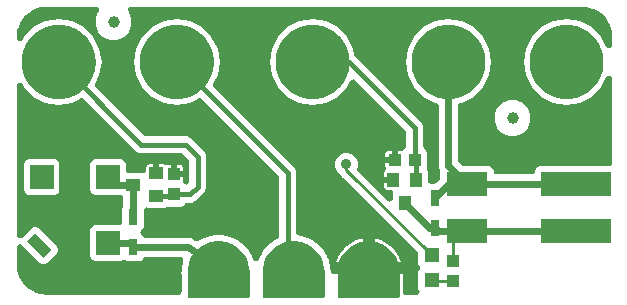
<source format=gbr>
G04 EAGLE Gerber RS-274X export*
G75*
%MOMM*%
%FSLAX34Y34*%
%LPD*%
%INTop Copper*%
%IPPOS*%
%AMOC8*
5,1,8,0,0,1.08239X$1,22.5*%
G01*
%ADD10C,5.266000*%
%ADD11C,1.016000*%
%ADD12R,2.000000X2.000000*%
%ADD13R,2.000000X1.000000*%
%ADD14R,1.200000X1.000000*%
%ADD15R,1.000000X1.075000*%
%ADD16R,0.800000X1.350000*%
%ADD17R,1.000000X1.200000*%
%ADD18R,1.075000X1.000000*%
%ADD19R,3.500000X2.000000*%
%ADD20R,6.000000X2.000000*%
%ADD21C,4.216000*%
%ADD22C,1.000000*%
%ADD23R,1.200000X1.200000*%
%ADD24C,0.906400*%
%ADD25C,0.609600*%
%ADD26C,0.254000*%
%ADD27C,0.406400*%

G36*
X330302Y2557D02*
X330302Y2557D01*
X330404Y2565D01*
X330432Y2577D01*
X330463Y2582D01*
X330555Y2626D01*
X330651Y2664D01*
X330674Y2684D01*
X330702Y2697D01*
X330777Y2767D01*
X330857Y2832D01*
X330874Y2858D01*
X330896Y2879D01*
X330947Y2968D01*
X331004Y3053D01*
X331010Y3077D01*
X331028Y3109D01*
X331086Y3369D01*
X331083Y3407D01*
X331088Y3430D01*
X331088Y22861D01*
X333630Y22861D01*
X333630Y7620D01*
X333633Y7585D01*
X333631Y7551D01*
X333653Y7362D01*
X333670Y7171D01*
X333679Y7138D01*
X333683Y7104D01*
X333738Y6921D01*
X333788Y6737D01*
X333803Y6706D01*
X333813Y6673D01*
X333900Y6502D01*
X333982Y6330D01*
X334002Y6302D01*
X334017Y6271D01*
X334133Y6119D01*
X334244Y5964D01*
X334269Y5940D01*
X334289Y5913D01*
X334429Y5784D01*
X334566Y5650D01*
X334595Y5631D01*
X334621Y5607D01*
X334782Y5505D01*
X334939Y5398D01*
X334971Y5384D01*
X335000Y5366D01*
X335177Y5293D01*
X335351Y5216D01*
X335385Y5208D01*
X335417Y5195D01*
X335604Y5155D01*
X335789Y5109D01*
X335823Y5107D01*
X335857Y5100D01*
X336169Y5081D01*
X345474Y5081D01*
X345557Y5088D01*
X345639Y5086D01*
X345780Y5108D01*
X345923Y5121D01*
X346003Y5142D01*
X346084Y5155D01*
X346219Y5201D01*
X346357Y5239D01*
X346432Y5275D01*
X346510Y5301D01*
X346635Y5371D01*
X346764Y5433D01*
X346831Y5480D01*
X346903Y5521D01*
X347014Y5611D01*
X347130Y5695D01*
X347187Y5754D01*
X347251Y5806D01*
X347344Y5915D01*
X347444Y6017D01*
X347490Y6086D01*
X347544Y6148D01*
X347616Y6272D01*
X347696Y6390D01*
X347730Y6466D01*
X347771Y6537D01*
X347820Y6671D01*
X347878Y6802D01*
X347898Y6882D01*
X347926Y6960D01*
X347951Y7101D01*
X347985Y7240D01*
X347990Y7322D01*
X348004Y7403D01*
X348004Y7546D01*
X348013Y7689D01*
X348003Y7771D01*
X348003Y7853D01*
X347977Y7994D01*
X347961Y8136D01*
X347937Y8215D01*
X347922Y8296D01*
X347842Y8529D01*
X347830Y8567D01*
X347826Y8577D01*
X347820Y8592D01*
X347059Y10429D01*
X347059Y24451D01*
X347856Y26373D01*
X347877Y26404D01*
X347948Y26490D01*
X347965Y26520D01*
X347987Y26547D01*
X348039Y26645D01*
X348079Y26704D01*
X348109Y26772D01*
X348171Y26881D01*
X348183Y26913D01*
X348199Y26944D01*
X348238Y27063D01*
X348262Y27116D01*
X348276Y27174D01*
X348322Y27305D01*
X348328Y27339D01*
X348339Y27372D01*
X348358Y27510D01*
X348368Y27554D01*
X348371Y27601D01*
X348396Y27749D01*
X348395Y27784D01*
X348400Y27818D01*
X348394Y27969D01*
X348396Y28003D01*
X348392Y28039D01*
X348390Y28199D01*
X348383Y28233D01*
X348382Y28268D01*
X348347Y28425D01*
X348344Y28450D01*
X348336Y28476D01*
X348304Y28641D01*
X348292Y28674D01*
X348284Y28708D01*
X348219Y28863D01*
X348214Y28881D01*
X348205Y28899D01*
X348142Y29061D01*
X348124Y29091D01*
X348110Y29123D01*
X348016Y29270D01*
X348009Y29283D01*
X348000Y29294D01*
X347908Y29446D01*
X347885Y29472D01*
X347866Y29501D01*
X347851Y29519D01*
X347059Y31429D01*
X347059Y39488D01*
X347045Y39651D01*
X347038Y39816D01*
X347025Y39875D01*
X347019Y39936D01*
X346976Y40095D01*
X346940Y40255D01*
X346917Y40312D01*
X346901Y40371D01*
X346830Y40519D01*
X346767Y40671D01*
X346734Y40722D01*
X346707Y40777D01*
X346612Y40911D01*
X346522Y41049D01*
X346471Y41107D01*
X346445Y41143D01*
X346402Y41186D01*
X346316Y41283D01*
X282594Y105004D01*
X280394Y107205D01*
X280346Y107297D01*
X280274Y107390D01*
X280211Y107488D01*
X280109Y107603D01*
X280070Y107653D01*
X280043Y107677D01*
X280004Y107722D01*
X277685Y110040D01*
X276222Y113573D01*
X276222Y117398D01*
X277685Y120931D01*
X280389Y123635D01*
X283922Y125098D01*
X287747Y125098D01*
X291280Y123635D01*
X293984Y120931D01*
X295447Y117398D01*
X295447Y113573D01*
X295083Y112695D01*
X295059Y112618D01*
X295028Y112547D01*
X294999Y112427D01*
X294954Y112291D01*
X294953Y112278D01*
X294949Y112265D01*
X294937Y112175D01*
X294921Y112110D01*
X294915Y112002D01*
X294893Y111845D01*
X294893Y111832D01*
X294892Y111819D01*
X294897Y111717D01*
X294893Y111660D01*
X294904Y111568D01*
X294911Y111395D01*
X294914Y111382D01*
X294915Y111369D01*
X294940Y111261D01*
X294946Y111213D01*
X294969Y111137D01*
X295009Y110955D01*
X295014Y110943D01*
X295017Y110930D01*
X295064Y110820D01*
X295076Y110782D01*
X295106Y110722D01*
X295182Y110540D01*
X295190Y110529D01*
X295195Y110517D01*
X295265Y110410D01*
X295280Y110381D01*
X295315Y110335D01*
X295427Y110162D01*
X295437Y110150D01*
X295443Y110141D01*
X295470Y110113D01*
X295634Y109928D01*
X320864Y84697D01*
X320964Y84613D01*
X321057Y84523D01*
X321137Y84469D01*
X321210Y84408D01*
X321323Y84343D01*
X321430Y84271D01*
X321518Y84232D01*
X321601Y84185D01*
X321723Y84141D01*
X321842Y84088D01*
X321935Y84066D01*
X322025Y84034D01*
X322154Y84012D01*
X322280Y83982D01*
X322375Y83976D01*
X322469Y83960D01*
X322600Y83962D01*
X322729Y83954D01*
X322824Y83965D01*
X322920Y83966D01*
X323047Y83991D01*
X323176Y84006D01*
X323268Y84034D01*
X323362Y84052D01*
X323483Y84099D01*
X323607Y84136D01*
X323692Y84180D01*
X323782Y84214D01*
X323893Y84282D01*
X324009Y84341D01*
X324085Y84398D01*
X324166Y84448D01*
X324264Y84534D01*
X324367Y84613D01*
X324432Y84683D01*
X324504Y84746D01*
X324584Y84848D01*
X324673Y84944D01*
X324724Y85025D01*
X324783Y85099D01*
X324844Y85214D01*
X324914Y85324D01*
X324951Y85412D01*
X324996Y85496D01*
X325036Y85620D01*
X325085Y85740D01*
X325105Y85834D01*
X325135Y85924D01*
X325153Y86053D01*
X325180Y86180D01*
X325188Y86310D01*
X325196Y86371D01*
X325195Y86415D01*
X325199Y86492D01*
X325199Y89340D01*
X325588Y90277D01*
X325612Y90356D01*
X325646Y90431D01*
X325680Y90570D01*
X325722Y90707D01*
X325733Y90789D01*
X325752Y90869D01*
X325761Y91011D01*
X325779Y91154D01*
X325775Y91236D01*
X325780Y91318D01*
X325763Y91460D01*
X325756Y91603D01*
X325737Y91683D01*
X325728Y91765D01*
X325686Y91903D01*
X325654Y92042D01*
X325622Y92117D01*
X325598Y92196D01*
X325533Y92324D01*
X325476Y92455D01*
X325431Y92524D01*
X325393Y92598D01*
X325307Y92712D01*
X325228Y92831D01*
X325171Y92891D01*
X325121Y92956D01*
X325016Y93053D01*
X324917Y93157D01*
X324851Y93206D01*
X324790Y93262D01*
X324669Y93338D01*
X324554Y93423D01*
X324480Y93459D01*
X324410Y93503D01*
X324278Y93558D01*
X324149Y93621D01*
X324070Y93643D01*
X323994Y93674D01*
X323854Y93704D01*
X323716Y93744D01*
X323634Y93752D01*
X323554Y93769D01*
X323308Y93784D01*
X323268Y93788D01*
X323257Y93787D01*
X323242Y93788D01*
X320445Y93788D01*
X319799Y93961D01*
X319220Y94296D01*
X318747Y94769D01*
X318412Y95348D01*
X318239Y95994D01*
X318239Y99790D01*
X325780Y99790D01*
X325814Y99793D01*
X325849Y99791D01*
X326038Y99813D01*
X326228Y99829D01*
X326262Y99839D01*
X326296Y99843D01*
X326479Y99898D01*
X326663Y99948D01*
X326694Y99963D01*
X326727Y99973D01*
X326898Y100060D01*
X327069Y100141D01*
X327097Y100162D01*
X327128Y100177D01*
X327280Y100292D01*
X327435Y100404D01*
X327459Y100428D01*
X327487Y100449D01*
X327616Y100589D01*
X327749Y100726D01*
X327769Y100755D01*
X327792Y100780D01*
X327895Y100941D01*
X328001Y101099D01*
X328015Y101131D01*
X328034Y101160D01*
X328106Y101337D01*
X328184Y101511D01*
X328192Y101545D01*
X328205Y101577D01*
X328245Y101763D01*
X328290Y101948D01*
X328292Y101983D01*
X328300Y102017D01*
X328319Y102329D01*
X328316Y102364D01*
X328318Y102398D01*
X328296Y102588D01*
X328279Y102778D01*
X328270Y102811D01*
X328266Y102845D01*
X328211Y103028D01*
X328160Y103212D01*
X328146Y103243D01*
X328136Y103276D01*
X328049Y103447D01*
X327967Y103619D01*
X327947Y103647D01*
X327931Y103678D01*
X327816Y103830D01*
X327705Y103985D01*
X327680Y104009D01*
X327659Y104036D01*
X327519Y104166D01*
X327382Y104299D01*
X327354Y104318D01*
X327328Y104342D01*
X327167Y104444D01*
X327009Y104551D01*
X326978Y104565D01*
X326948Y104583D01*
X326772Y104656D01*
X326597Y104733D01*
X326564Y104741D01*
X326532Y104754D01*
X326345Y104795D01*
X326160Y104840D01*
X326126Y104842D01*
X326092Y104849D01*
X325780Y104868D01*
X318239Y104868D01*
X318239Y108664D01*
X318412Y109310D01*
X318747Y109889D01*
X318999Y110141D01*
X319098Y110259D01*
X319202Y110370D01*
X319242Y110431D01*
X319288Y110487D01*
X319364Y110620D01*
X319447Y110748D01*
X319476Y110815D01*
X319511Y110878D01*
X319563Y111022D01*
X319622Y111163D01*
X319638Y111234D01*
X319662Y111302D01*
X319687Y111453D01*
X319721Y111602D01*
X319724Y111674D01*
X319736Y111746D01*
X319734Y111900D01*
X319740Y112052D01*
X319731Y112124D01*
X319730Y112196D01*
X319701Y112347D01*
X319680Y112498D01*
X319658Y112567D01*
X319644Y112638D01*
X319589Y112781D01*
X319542Y112927D01*
X319500Y113010D01*
X319482Y113058D01*
X319452Y113107D01*
X319403Y113207D01*
X319291Y113399D01*
X319118Y114045D01*
X319118Y116841D01*
X327034Y116841D01*
X327068Y116844D01*
X327103Y116842D01*
X327292Y116864D01*
X327482Y116880D01*
X327516Y116890D01*
X327550Y116894D01*
X327733Y116949D01*
X327917Y116999D01*
X327948Y117014D01*
X327981Y117024D01*
X328152Y117111D01*
X328323Y117192D01*
X328351Y117213D01*
X328382Y117228D01*
X328534Y117343D01*
X328689Y117455D01*
X328713Y117479D01*
X328741Y117500D01*
X328741Y117501D01*
X328870Y117640D01*
X329003Y117777D01*
X329004Y117778D01*
X329023Y117806D01*
X329047Y117832D01*
X329149Y117993D01*
X329256Y118151D01*
X329270Y118182D01*
X329288Y118212D01*
X329361Y118388D01*
X329438Y118563D01*
X329446Y118596D01*
X329459Y118628D01*
X329500Y118815D01*
X329545Y119000D01*
X329547Y119034D01*
X329554Y119068D01*
X329573Y119380D01*
X329573Y126921D01*
X332963Y126921D01*
X333126Y126935D01*
X333291Y126942D01*
X333350Y126955D01*
X333411Y126961D01*
X333570Y127004D01*
X333730Y127040D01*
X333787Y127063D01*
X333846Y127079D01*
X333994Y127150D01*
X334146Y127213D01*
X334197Y127246D01*
X334252Y127273D01*
X334386Y127368D01*
X334524Y127458D01*
X334582Y127509D01*
X334618Y127535D01*
X334658Y127576D01*
X334662Y127579D01*
X334669Y127586D01*
X334758Y127664D01*
X336011Y128917D01*
X336089Y128977D01*
X336098Y128986D01*
X336108Y128994D01*
X336250Y129151D01*
X336395Y129308D01*
X336401Y129319D01*
X336410Y129328D01*
X336522Y129507D01*
X336636Y129688D01*
X336641Y129700D01*
X336648Y129711D01*
X336727Y129907D01*
X336807Y130104D01*
X336810Y130117D01*
X336815Y130129D01*
X336857Y130336D01*
X336902Y130544D01*
X336903Y130560D01*
X336905Y130570D01*
X336906Y130609D01*
X336921Y130856D01*
X336921Y142188D01*
X336907Y142352D01*
X336900Y142516D01*
X336887Y142576D01*
X336881Y142637D01*
X336838Y142795D01*
X336802Y142956D01*
X336779Y143012D01*
X336763Y143071D01*
X336692Y143219D01*
X336629Y143371D01*
X336596Y143423D01*
X336569Y143478D01*
X336529Y143535D01*
X336521Y143549D01*
X336472Y143614D01*
X336384Y143749D01*
X336333Y143807D01*
X336307Y143844D01*
X336271Y143879D01*
X336249Y143908D01*
X336224Y143931D01*
X336178Y143984D01*
X293521Y186640D01*
X293361Y186774D01*
X293204Y186909D01*
X293189Y186917D01*
X293176Y186929D01*
X292995Y187032D01*
X292817Y187137D01*
X292800Y187143D01*
X292785Y187152D01*
X292589Y187222D01*
X292394Y187294D01*
X292377Y187297D01*
X292361Y187303D01*
X292155Y187337D01*
X291951Y187373D01*
X291934Y187373D01*
X291917Y187376D01*
X291708Y187374D01*
X291501Y187374D01*
X291484Y187370D01*
X291466Y187370D01*
X291261Y187331D01*
X291058Y187294D01*
X291041Y187288D01*
X291024Y187285D01*
X290829Y187209D01*
X290636Y187138D01*
X290621Y187129D01*
X290604Y187122D01*
X290426Y187014D01*
X290248Y186909D01*
X290234Y186898D01*
X290219Y186888D01*
X290064Y186751D01*
X289906Y186615D01*
X289895Y186602D01*
X289882Y186590D01*
X289753Y186428D01*
X289622Y186266D01*
X289611Y186248D01*
X289603Y186237D01*
X289581Y186196D01*
X289463Y185997D01*
X286789Y180749D01*
X278760Y172720D01*
X268644Y167565D01*
X257429Y165789D01*
X246214Y167565D01*
X236098Y172720D01*
X228069Y180749D01*
X222914Y190865D01*
X221138Y202080D01*
X222914Y213295D01*
X228069Y223411D01*
X236098Y231440D01*
X246214Y236595D01*
X257429Y238371D01*
X268644Y236595D01*
X278760Y231440D01*
X286789Y223411D01*
X291944Y213295D01*
X292748Y208217D01*
X292795Y208032D01*
X292836Y207846D01*
X292849Y207814D01*
X292858Y207780D01*
X292936Y207607D01*
X293009Y207431D01*
X293028Y207401D01*
X293043Y207369D01*
X293150Y207213D01*
X293254Y207052D01*
X293282Y207020D01*
X293297Y206998D01*
X293340Y206955D01*
X293461Y206818D01*
X350064Y150215D01*
X351147Y147601D01*
X351147Y130856D01*
X351166Y130644D01*
X351182Y130433D01*
X351185Y130421D01*
X351187Y130408D01*
X351243Y130202D01*
X351296Y129998D01*
X351302Y129986D01*
X351305Y129973D01*
X351397Y129781D01*
X351486Y129589D01*
X351493Y129578D01*
X351499Y129567D01*
X351622Y129394D01*
X351744Y129220D01*
X351753Y129211D01*
X351761Y129201D01*
X351913Y129052D01*
X352063Y128903D01*
X352074Y128896D01*
X352083Y128887D01*
X352097Y128878D01*
X353716Y127258D01*
X354490Y125391D01*
X354490Y113369D01*
X354243Y112774D01*
X354194Y112617D01*
X354137Y112463D01*
X354127Y112403D01*
X354108Y112344D01*
X354088Y112181D01*
X354059Y112019D01*
X354059Y111958D01*
X354052Y111898D01*
X354060Y111733D01*
X354061Y111569D01*
X354072Y111509D01*
X354075Y111448D01*
X354112Y111288D01*
X354142Y111126D01*
X354167Y111053D01*
X354177Y111010D01*
X354201Y110954D01*
X354243Y110831D01*
X354861Y109340D01*
X354861Y101619D01*
X354864Y101584D01*
X354862Y101550D01*
X354884Y101361D01*
X354901Y101170D01*
X354910Y101137D01*
X354914Y101103D01*
X354969Y100920D01*
X355019Y100736D01*
X355034Y100705D01*
X355044Y100672D01*
X355131Y100501D01*
X355213Y100329D01*
X355233Y100301D01*
X355248Y100270D01*
X355364Y100118D01*
X355475Y99963D01*
X355500Y99939D01*
X355520Y99912D01*
X355660Y99783D01*
X355797Y99649D01*
X355826Y99630D01*
X355852Y99606D01*
X356013Y99504D01*
X356170Y99397D01*
X356202Y99383D01*
X356231Y99365D01*
X356408Y99292D01*
X356582Y99215D01*
X356616Y99207D01*
X356648Y99194D01*
X356835Y99154D01*
X357020Y99108D01*
X357054Y99106D01*
X357088Y99099D01*
X357400Y99080D01*
X360217Y99080D01*
X360381Y99094D01*
X360545Y99101D01*
X360605Y99114D01*
X360666Y99120D01*
X360824Y99163D01*
X360985Y99199D01*
X361041Y99222D01*
X361100Y99238D01*
X361249Y99309D01*
X361400Y99372D01*
X361452Y99405D01*
X361507Y99432D01*
X361640Y99527D01*
X361779Y99617D01*
X361836Y99668D01*
X361873Y99694D01*
X361915Y99737D01*
X362013Y99823D01*
X364766Y102576D01*
X364871Y102702D01*
X364983Y102823D01*
X365015Y102875D01*
X365054Y102922D01*
X365136Y103064D01*
X365224Y103203D01*
X365248Y103260D01*
X365278Y103313D01*
X365333Y103467D01*
X365395Y103620D01*
X365408Y103679D01*
X365429Y103737D01*
X365455Y103899D01*
X365490Y104060D01*
X365495Y104137D01*
X365502Y104181D01*
X365501Y104242D01*
X365509Y104372D01*
X365509Y109360D01*
X365499Y109477D01*
X365499Y109593D01*
X365479Y109700D01*
X365469Y109809D01*
X365439Y109922D01*
X365418Y110036D01*
X365367Y110182D01*
X365351Y110243D01*
X365335Y110276D01*
X365316Y110332D01*
X364300Y112784D01*
X364300Y164908D01*
X364295Y164968D01*
X364297Y165029D01*
X364275Y165192D01*
X364260Y165356D01*
X364244Y165415D01*
X364236Y165475D01*
X364185Y165632D01*
X364142Y165791D01*
X364116Y165845D01*
X364097Y165903D01*
X364019Y166049D01*
X363948Y166197D01*
X363913Y166246D01*
X363884Y166300D01*
X363782Y166429D01*
X363686Y166563D01*
X363643Y166606D01*
X363605Y166653D01*
X363482Y166762D01*
X363364Y166877D01*
X363313Y166911D01*
X363268Y166951D01*
X363127Y167037D01*
X362991Y167129D01*
X362935Y167154D01*
X362883Y167185D01*
X362730Y167245D01*
X362579Y167312D01*
X362520Y167326D01*
X362463Y167348D01*
X362158Y167416D01*
X361214Y167565D01*
X351098Y172720D01*
X343069Y180749D01*
X337914Y190865D01*
X336138Y202080D01*
X337914Y213295D01*
X343069Y223411D01*
X351098Y231440D01*
X361214Y236595D01*
X372429Y238371D01*
X383644Y236595D01*
X393760Y231440D01*
X401789Y223411D01*
X406944Y213295D01*
X408720Y202080D01*
X406944Y190865D01*
X401789Y180749D01*
X393760Y172720D01*
X383644Y167565D01*
X382700Y167416D01*
X382641Y167401D01*
X382581Y167394D01*
X382423Y167346D01*
X382263Y167306D01*
X382208Y167281D01*
X382150Y167264D01*
X382003Y167189D01*
X381853Y167121D01*
X381802Y167087D01*
X381748Y167059D01*
X381617Y166960D01*
X381481Y166866D01*
X381438Y166824D01*
X381390Y166787D01*
X381278Y166666D01*
X381161Y166550D01*
X381126Y166501D01*
X381084Y166456D01*
X380996Y166317D01*
X380901Y166182D01*
X380875Y166128D01*
X380843Y166076D01*
X380780Y165924D01*
X380710Y165775D01*
X380695Y165716D01*
X380672Y165660D01*
X380637Y165498D01*
X380595Y165339D01*
X380590Y165279D01*
X380577Y165220D01*
X380558Y164908D01*
X380558Y118820D01*
X380572Y118656D01*
X380579Y118492D01*
X380592Y118432D01*
X380598Y118371D01*
X380641Y118212D01*
X380677Y118052D01*
X380700Y117996D01*
X380716Y117937D01*
X380787Y117788D01*
X380850Y117637D01*
X380883Y117585D01*
X380910Y117530D01*
X381005Y117397D01*
X381095Y117258D01*
X381146Y117201D01*
X381172Y117164D01*
X381215Y117122D01*
X381301Y117024D01*
X383761Y114564D01*
X383888Y114459D01*
X384008Y114347D01*
X384060Y114315D01*
X384107Y114276D01*
X384249Y114194D01*
X384388Y114106D01*
X384445Y114082D01*
X384498Y114052D01*
X384652Y113997D01*
X384805Y113935D01*
X384864Y113922D01*
X384922Y113901D01*
X385084Y113875D01*
X385245Y113840D01*
X385322Y113835D01*
X385366Y113828D01*
X385427Y113829D01*
X385557Y113821D01*
X406601Y113821D01*
X408468Y113047D01*
X409897Y111618D01*
X410671Y109751D01*
X410671Y109408D01*
X410674Y109373D01*
X410672Y109339D01*
X410694Y109150D01*
X410711Y108959D01*
X410720Y108926D01*
X410724Y108892D01*
X410779Y108709D01*
X410829Y108525D01*
X410844Y108494D01*
X410854Y108461D01*
X410941Y108290D01*
X411023Y108118D01*
X411043Y108090D01*
X411058Y108059D01*
X411174Y107907D01*
X411285Y107752D01*
X411310Y107728D01*
X411330Y107701D01*
X411470Y107572D01*
X411607Y107438D01*
X411636Y107419D01*
X411662Y107395D01*
X411823Y107293D01*
X411980Y107186D01*
X412012Y107172D01*
X412041Y107154D01*
X412218Y107081D01*
X412392Y107004D01*
X412426Y106996D01*
X412458Y106983D01*
X412645Y106943D01*
X412830Y106897D01*
X412864Y106895D01*
X412898Y106888D01*
X413210Y106869D01*
X442970Y106869D01*
X443005Y106872D01*
X443039Y106870D01*
X443228Y106892D01*
X443419Y106909D01*
X443452Y106918D01*
X443486Y106922D01*
X443669Y106977D01*
X443853Y107027D01*
X443884Y107042D01*
X443917Y107052D01*
X444088Y107139D01*
X444260Y107221D01*
X444288Y107241D01*
X444319Y107256D01*
X444471Y107372D01*
X444626Y107483D01*
X444650Y107508D01*
X444677Y107528D01*
X444806Y107668D01*
X444940Y107805D01*
X444959Y107834D01*
X444983Y107860D01*
X445085Y108021D01*
X445192Y108178D01*
X445206Y108210D01*
X445224Y108239D01*
X445297Y108416D01*
X445374Y108590D01*
X445382Y108624D01*
X445395Y108656D01*
X445435Y108843D01*
X445481Y109028D01*
X445483Y109062D01*
X445490Y109096D01*
X445509Y109408D01*
X445509Y109751D01*
X446283Y111618D01*
X447712Y113047D01*
X449579Y113821D01*
X508380Y113821D01*
X508415Y113824D01*
X508449Y113822D01*
X508638Y113844D01*
X508829Y113861D01*
X508862Y113870D01*
X508896Y113874D01*
X509079Y113929D01*
X509263Y113979D01*
X509294Y113994D01*
X509327Y114004D01*
X509498Y114091D01*
X509670Y114173D01*
X509698Y114193D01*
X509729Y114208D01*
X509881Y114324D01*
X510036Y114435D01*
X510060Y114460D01*
X510087Y114480D01*
X510216Y114620D01*
X510350Y114757D01*
X510369Y114786D01*
X510393Y114812D01*
X510495Y114973D01*
X510602Y115130D01*
X510616Y115162D01*
X510634Y115191D01*
X510707Y115368D01*
X510784Y115542D01*
X510792Y115576D01*
X510805Y115608D01*
X510845Y115795D01*
X510891Y115980D01*
X510893Y116014D01*
X510900Y116048D01*
X510919Y116360D01*
X510919Y188091D01*
X510912Y188169D01*
X510914Y188247D01*
X510892Y188393D01*
X510879Y188539D01*
X510859Y188615D01*
X510847Y188692D01*
X510800Y188832D01*
X510761Y188974D01*
X510727Y189044D01*
X510702Y189118D01*
X510631Y189247D01*
X510567Y189380D01*
X510522Y189444D01*
X510484Y189512D01*
X510391Y189627D01*
X510305Y189746D01*
X510249Y189801D01*
X510200Y189862D01*
X510088Y189958D01*
X509983Y190061D01*
X509918Y190104D01*
X509859Y190155D01*
X509732Y190230D01*
X509610Y190313D01*
X509538Y190344D01*
X509471Y190384D01*
X509333Y190435D01*
X509198Y190495D01*
X509122Y190513D01*
X509049Y190541D01*
X508904Y190567D01*
X508760Y190601D01*
X508682Y190606D01*
X508606Y190620D01*
X508458Y190620D01*
X508311Y190629D01*
X508233Y190620D01*
X508155Y190620D01*
X508010Y190594D01*
X507864Y190577D01*
X507789Y190554D01*
X507712Y190541D01*
X507574Y190490D01*
X507433Y190447D01*
X507363Y190411D01*
X507290Y190384D01*
X507163Y190309D01*
X507031Y190242D01*
X506969Y190195D01*
X506902Y190156D01*
X506790Y190059D01*
X506673Y189970D01*
X506620Y189913D01*
X506560Y189862D01*
X506467Y189748D01*
X506368Y189639D01*
X506326Y189573D01*
X506276Y189513D01*
X506142Y189285D01*
X506126Y189260D01*
X506123Y189253D01*
X506118Y189244D01*
X501789Y180749D01*
X493760Y172720D01*
X483644Y167565D01*
X472429Y165789D01*
X461214Y167565D01*
X451098Y172720D01*
X443069Y180749D01*
X437914Y190865D01*
X436138Y202080D01*
X437914Y213295D01*
X443069Y223411D01*
X451098Y231440D01*
X461214Y236595D01*
X472429Y238371D01*
X483644Y236595D01*
X493760Y231440D01*
X501789Y223411D01*
X506118Y214916D01*
X506159Y214850D01*
X506193Y214780D01*
X506278Y214660D01*
X506357Y214535D01*
X506409Y214477D01*
X506455Y214414D01*
X506560Y214311D01*
X506660Y214202D01*
X506721Y214154D01*
X506777Y214099D01*
X506900Y214017D01*
X507016Y213927D01*
X507086Y213891D01*
X507150Y213847D01*
X507285Y213788D01*
X507416Y213720D01*
X507491Y213697D01*
X507562Y213665D01*
X507705Y213630D01*
X507846Y213587D01*
X507924Y213577D01*
X508000Y213559D01*
X508147Y213549D01*
X508293Y213531D01*
X508371Y213536D01*
X508449Y213531D01*
X508596Y213548D01*
X508743Y213556D01*
X508819Y213574D01*
X508896Y213583D01*
X509038Y213626D01*
X509181Y213659D01*
X509252Y213691D01*
X509327Y213713D01*
X509459Y213780D01*
X509594Y213839D01*
X509659Y213882D01*
X509729Y213918D01*
X509846Y214007D01*
X509969Y214088D01*
X510025Y214142D01*
X510087Y214190D01*
X510187Y214298D01*
X510294Y214400D01*
X510340Y214463D01*
X510393Y214521D01*
X510472Y214645D01*
X510558Y214764D01*
X510592Y214835D01*
X510634Y214900D01*
X510690Y215037D01*
X510755Y215170D01*
X510776Y215245D01*
X510805Y215317D01*
X510836Y215461D01*
X510876Y215603D01*
X510884Y215681D01*
X510900Y215757D01*
X510916Y216021D01*
X510919Y216051D01*
X510919Y216059D01*
X510919Y216069D01*
X510919Y224795D01*
X510914Y224857D01*
X510911Y224999D01*
X510681Y227848D01*
X510665Y227940D01*
X510659Y228033D01*
X510614Y228239D01*
X510605Y228292D01*
X510598Y228310D01*
X510592Y228338D01*
X509026Y233846D01*
X508963Y234010D01*
X508907Y234177D01*
X508878Y234231D01*
X508865Y234266D01*
X508833Y234320D01*
X508763Y234454D01*
X505825Y239369D01*
X505722Y239511D01*
X505624Y239657D01*
X505583Y239703D01*
X505561Y239733D01*
X505515Y239777D01*
X505414Y239888D01*
X501304Y243875D01*
X501167Y243985D01*
X501035Y244102D01*
X500983Y244135D01*
X500954Y244159D01*
X500899Y244189D01*
X500772Y244270D01*
X495770Y247057D01*
X495610Y247129D01*
X495452Y247207D01*
X495393Y247226D01*
X495359Y247241D01*
X495298Y247256D01*
X495154Y247302D01*
X489601Y248699D01*
X489510Y248714D01*
X489419Y248738D01*
X489384Y248742D01*
X489362Y248747D01*
X489304Y248751D01*
X489209Y248762D01*
X489157Y248770D01*
X489138Y248770D01*
X489109Y248773D01*
X486261Y248916D01*
X486214Y248914D01*
X486133Y248919D01*
X486059Y248919D01*
X486043Y248918D01*
X486020Y248919D01*
X484840Y248901D01*
X484659Y248912D01*
X484602Y248919D01*
X484579Y248917D01*
X484545Y248919D01*
X103658Y248919D01*
X103529Y248908D01*
X103399Y248906D01*
X103305Y248888D01*
X103210Y248879D01*
X103084Y248845D01*
X102957Y248820D01*
X102868Y248786D01*
X102776Y248761D01*
X102658Y248705D01*
X102537Y248658D01*
X102455Y248608D01*
X102369Y248567D01*
X102263Y248492D01*
X102152Y248424D01*
X102080Y248361D01*
X102003Y248305D01*
X101912Y248212D01*
X101815Y248126D01*
X101755Y248051D01*
X101689Y247983D01*
X101616Y247875D01*
X101535Y247773D01*
X101490Y247689D01*
X101437Y247610D01*
X101384Y247491D01*
X101323Y247376D01*
X101293Y247285D01*
X101254Y247198D01*
X101224Y247071D01*
X101183Y246948D01*
X101170Y246853D01*
X101148Y246760D01*
X101140Y246631D01*
X101122Y246502D01*
X101126Y246406D01*
X101120Y246311D01*
X101135Y246182D01*
X101140Y246052D01*
X101161Y245959D01*
X101172Y245864D01*
X101210Y245739D01*
X101238Y245612D01*
X101275Y245524D01*
X101302Y245433D01*
X101362Y245317D01*
X101412Y245197D01*
X101464Y245116D01*
X101507Y245031D01*
X101585Y244928D01*
X101656Y244818D01*
X101667Y244806D01*
X103981Y239220D01*
X103981Y233220D01*
X101685Y227677D01*
X97443Y223435D01*
X91900Y221139D01*
X85900Y221139D01*
X80357Y223435D01*
X76115Y227677D01*
X73819Y233220D01*
X73819Y239220D01*
X76137Y244816D01*
X76165Y244856D01*
X76226Y244930D01*
X76291Y245043D01*
X76363Y245150D01*
X76402Y245238D01*
X76449Y245321D01*
X76493Y245443D01*
X76546Y245562D01*
X76568Y245655D01*
X76600Y245745D01*
X76621Y245873D01*
X76652Y246000D01*
X76658Y246095D01*
X76674Y246189D01*
X76672Y246319D01*
X76680Y246449D01*
X76669Y246544D01*
X76668Y246639D01*
X76643Y246767D01*
X76628Y246896D01*
X76600Y246988D01*
X76582Y247081D01*
X76535Y247203D01*
X76498Y247327D01*
X76454Y247412D01*
X76420Y247501D01*
X76352Y247613D01*
X76293Y247729D01*
X76236Y247805D01*
X76186Y247886D01*
X76100Y247984D01*
X76021Y248087D01*
X75951Y248152D01*
X75888Y248224D01*
X75786Y248304D01*
X75690Y248393D01*
X75609Y248444D01*
X75535Y248503D01*
X75420Y248564D01*
X75310Y248634D01*
X75222Y248671D01*
X75138Y248716D01*
X75014Y248756D01*
X74894Y248805D01*
X74800Y248825D01*
X74710Y248855D01*
X74581Y248873D01*
X74454Y248900D01*
X74324Y248908D01*
X74264Y248916D01*
X74219Y248915D01*
X74142Y248919D01*
X33455Y248919D01*
X33358Y248911D01*
X33260Y248912D01*
X33193Y248901D01*
X31980Y248919D01*
X31965Y248918D01*
X31941Y248919D01*
X31870Y248919D01*
X31815Y248914D01*
X31710Y248914D01*
X28288Y248697D01*
X28148Y248676D01*
X28005Y248663D01*
X27899Y248638D01*
X27843Y248629D01*
X27794Y248612D01*
X27701Y248590D01*
X21143Y246569D01*
X21128Y246562D01*
X21111Y246559D01*
X20919Y246477D01*
X20727Y246399D01*
X20712Y246389D01*
X20696Y246383D01*
X20430Y246219D01*
X14818Y242270D01*
X14805Y242259D01*
X14790Y242251D01*
X14632Y242114D01*
X14474Y241980D01*
X14463Y241967D01*
X14450Y241955D01*
X14247Y241717D01*
X10130Y236228D01*
X10121Y236213D01*
X10109Y236200D01*
X10002Y236021D01*
X9893Y235845D01*
X9886Y235829D01*
X9877Y235814D01*
X9758Y235525D01*
X8516Y231892D01*
X7539Y229032D01*
X7505Y228893D01*
X7462Y228757D01*
X7445Y228649D01*
X7431Y228595D01*
X7428Y228543D01*
X7413Y228448D01*
X7092Y225031D01*
X7092Y224969D01*
X7081Y224793D01*
X7081Y222236D01*
X7088Y222158D01*
X7086Y222080D01*
X7108Y221934D01*
X7121Y221787D01*
X7141Y221712D01*
X7153Y221635D01*
X7200Y221495D01*
X7239Y221353D01*
X7273Y221282D01*
X7298Y221208D01*
X7369Y221079D01*
X7433Y220946D01*
X7478Y220883D01*
X7516Y220814D01*
X7609Y220700D01*
X7695Y220580D01*
X7751Y220526D01*
X7800Y220465D01*
X7912Y220369D01*
X8017Y220266D01*
X8082Y220222D01*
X8141Y220171D01*
X8268Y220096D01*
X8390Y220014D01*
X8462Y219982D01*
X8529Y219943D01*
X8667Y219891D01*
X8802Y219832D01*
X8878Y219813D01*
X8951Y219786D01*
X9096Y219760D01*
X9240Y219725D01*
X9318Y219720D01*
X9394Y219706D01*
X9542Y219706D01*
X9689Y219697D01*
X9767Y219706D01*
X9845Y219706D01*
X9990Y219732D01*
X10136Y219749D01*
X10211Y219772D01*
X10288Y219786D01*
X10426Y219837D01*
X10567Y219880D01*
X10637Y219915D01*
X10710Y219942D01*
X10837Y220017D01*
X10969Y220084D01*
X11031Y220131D01*
X11098Y220171D01*
X11210Y220267D01*
X11327Y220356D01*
X11380Y220414D01*
X11440Y220464D01*
X11533Y220579D01*
X11632Y220687D01*
X11674Y220753D01*
X11724Y220814D01*
X11858Y221041D01*
X11874Y221067D01*
X11877Y221074D01*
X11882Y221083D01*
X13069Y223411D01*
X21098Y231440D01*
X31214Y236595D01*
X42429Y238371D01*
X53644Y236595D01*
X63760Y231440D01*
X71789Y223411D01*
X76944Y213295D01*
X78720Y202080D01*
X76944Y190865D01*
X73312Y183737D01*
X73280Y183657D01*
X73239Y183581D01*
X73196Y183449D01*
X73144Y183320D01*
X73126Y183235D01*
X73099Y183152D01*
X73081Y183015D01*
X73052Y182879D01*
X73050Y182792D01*
X73038Y182706D01*
X73044Y182567D01*
X73040Y182429D01*
X73053Y182343D01*
X73056Y182256D01*
X73087Y182121D01*
X73107Y181983D01*
X73135Y181901D01*
X73154Y181817D01*
X73208Y181689D01*
X73252Y181557D01*
X73294Y181481D01*
X73328Y181401D01*
X73403Y181285D01*
X73470Y181163D01*
X73525Y181096D01*
X73572Y181023D01*
X73725Y180850D01*
X73754Y180814D01*
X73765Y180805D01*
X73779Y180789D01*
X114631Y139936D01*
X114758Y139831D01*
X114879Y139719D01*
X114930Y139687D01*
X114977Y139648D01*
X115120Y139566D01*
X115258Y139478D01*
X115315Y139454D01*
X115368Y139424D01*
X115523Y139369D01*
X115675Y139307D01*
X115735Y139294D01*
X115792Y139273D01*
X115954Y139247D01*
X116115Y139212D01*
X116192Y139207D01*
X116236Y139200D01*
X116297Y139201D01*
X116427Y139193D01*
X151275Y139193D01*
X153889Y138110D01*
X166050Y125949D01*
X167133Y123335D01*
X167133Y95105D01*
X166050Y92491D01*
X157708Y84149D01*
X155094Y83066D01*
X151430Y83066D01*
X151218Y83047D01*
X151007Y83031D01*
X150995Y83028D01*
X150982Y83026D01*
X150776Y82970D01*
X150572Y82917D01*
X150560Y82911D01*
X150547Y82908D01*
X150356Y82817D01*
X150163Y82727D01*
X150152Y82720D01*
X150141Y82714D01*
X149968Y82591D01*
X149794Y82469D01*
X149785Y82460D01*
X149775Y82452D01*
X149626Y82300D01*
X149477Y82150D01*
X149470Y82139D01*
X149461Y82130D01*
X149452Y82116D01*
X147832Y80497D01*
X145965Y79723D01*
X135133Y79723D01*
X135017Y79713D01*
X134900Y79713D01*
X134793Y79693D01*
X134685Y79683D01*
X134572Y79653D01*
X134457Y79632D01*
X134311Y79581D01*
X134251Y79565D01*
X134218Y79549D01*
X134162Y79530D01*
X132200Y78717D01*
X118178Y78717D01*
X118002Y78790D01*
X117923Y78815D01*
X117848Y78848D01*
X117708Y78882D01*
X117572Y78925D01*
X117490Y78936D01*
X117410Y78955D01*
X117268Y78964D01*
X117125Y78982D01*
X117043Y78978D01*
X116961Y78983D01*
X116819Y78966D01*
X116676Y78959D01*
X116595Y78940D01*
X116514Y78931D01*
X116377Y78889D01*
X116237Y78857D01*
X116162Y78824D01*
X116083Y78800D01*
X115955Y78735D01*
X115824Y78679D01*
X115755Y78633D01*
X115681Y78596D01*
X115567Y78510D01*
X115448Y78431D01*
X115388Y78374D01*
X115323Y78324D01*
X115226Y78219D01*
X115122Y78120D01*
X115073Y78054D01*
X115017Y77993D01*
X114941Y77872D01*
X114856Y77757D01*
X114820Y77683D01*
X114776Y77613D01*
X114721Y77481D01*
X114658Y77352D01*
X114636Y77273D01*
X114605Y77197D01*
X114575Y77057D01*
X114535Y76919D01*
X114527Y76837D01*
X114510Y76756D01*
X114495Y76511D01*
X114491Y76471D01*
X114492Y76460D01*
X114491Y76444D01*
X114491Y62724D01*
X113717Y60857D01*
X112441Y59581D01*
X112418Y59554D01*
X112393Y59531D01*
X112274Y59382D01*
X112152Y59235D01*
X112135Y59205D01*
X112113Y59178D01*
X112023Y59010D01*
X111929Y58844D01*
X111917Y58812D01*
X111901Y58781D01*
X111842Y58600D01*
X111778Y58420D01*
X111772Y58386D01*
X111761Y58353D01*
X111735Y58164D01*
X111704Y57976D01*
X111705Y57941D01*
X111700Y57907D01*
X111708Y57716D01*
X111710Y57525D01*
X111717Y57491D01*
X111718Y57457D01*
X111760Y57271D01*
X111796Y57083D01*
X111808Y57051D01*
X111816Y57017D01*
X111889Y56842D01*
X111958Y56663D01*
X111976Y56634D01*
X111990Y56602D01*
X112093Y56442D01*
X112192Y56279D01*
X112215Y56253D01*
X112234Y56224D01*
X112441Y55989D01*
X113733Y54698D01*
X113788Y54592D01*
X113883Y54404D01*
X113891Y54394D01*
X113898Y54382D01*
X114029Y54212D01*
X114155Y54046D01*
X114165Y54037D01*
X114173Y54026D01*
X114331Y53884D01*
X114487Y53740D01*
X114498Y53733D01*
X114508Y53725D01*
X114687Y53613D01*
X114866Y53499D01*
X114879Y53494D01*
X114890Y53487D01*
X115087Y53408D01*
X115283Y53328D01*
X115296Y53325D01*
X115308Y53320D01*
X115515Y53278D01*
X115723Y53233D01*
X115739Y53232D01*
X115749Y53230D01*
X115789Y53229D01*
X116035Y53214D01*
X150723Y53214D01*
X150823Y53223D01*
X150924Y53222D01*
X151112Y53248D01*
X151172Y53254D01*
X151195Y53260D01*
X151233Y53266D01*
X151756Y53373D01*
X152344Y53260D01*
X152429Y53251D01*
X152513Y53233D01*
X152748Y53218D01*
X152792Y53214D01*
X152805Y53215D01*
X152825Y53214D01*
X153423Y53214D01*
X153916Y53009D01*
X154012Y52979D01*
X154105Y52940D01*
X154289Y52892D01*
X154346Y52875D01*
X154370Y52871D01*
X154407Y52862D01*
X154932Y52761D01*
X155431Y52431D01*
X155507Y52391D01*
X155577Y52342D01*
X155788Y52239D01*
X155828Y52218D01*
X155840Y52214D01*
X155858Y52205D01*
X156411Y51976D01*
X156788Y51599D01*
X156865Y51534D01*
X156936Y51462D01*
X157087Y51348D01*
X157133Y51310D01*
X157155Y51297D01*
X157186Y51274D01*
X158160Y50632D01*
X158202Y50609D01*
X158240Y50581D01*
X158400Y50502D01*
X158557Y50418D01*
X158602Y50403D01*
X158644Y50382D01*
X158815Y50333D01*
X158984Y50278D01*
X159031Y50271D01*
X159077Y50258D01*
X159254Y50240D01*
X159430Y50215D01*
X159478Y50217D01*
X159525Y50212D01*
X159702Y50226D01*
X159880Y50232D01*
X159927Y50243D01*
X159974Y50246D01*
X160146Y50291D01*
X160320Y50329D01*
X160364Y50347D01*
X160410Y50359D01*
X160571Y50433D01*
X160736Y50502D01*
X160776Y50527D01*
X160819Y50547D01*
X161080Y50718D01*
X161441Y50988D01*
X161556Y51018D01*
X161707Y51071D01*
X161862Y51117D01*
X161936Y51152D01*
X161980Y51167D01*
X162032Y51197D01*
X162145Y51250D01*
X163449Y51962D01*
X163583Y52051D01*
X163721Y52134D01*
X163785Y52186D01*
X163824Y52212D01*
X163867Y52253D01*
X163963Y52332D01*
X164050Y52413D01*
X164592Y52615D01*
X164615Y52626D01*
X164639Y52633D01*
X164922Y52766D01*
X165430Y53043D01*
X165548Y53056D01*
X165706Y53087D01*
X165865Y53110D01*
X165943Y53134D01*
X165989Y53144D01*
X166045Y53165D01*
X166164Y53201D01*
X167556Y53721D01*
X167702Y53790D01*
X167850Y53852D01*
X167921Y53895D01*
X167963Y53915D01*
X168011Y53950D01*
X168117Y54014D01*
X168215Y54082D01*
X168780Y54205D01*
X168804Y54212D01*
X168829Y54216D01*
X169128Y54307D01*
X169670Y54509D01*
X169789Y54505D01*
X169950Y54514D01*
X170111Y54514D01*
X170192Y54527D01*
X170239Y54529D01*
X170297Y54543D01*
X170419Y54562D01*
X171872Y54878D01*
X172026Y54926D01*
X172181Y54966D01*
X172257Y54998D01*
X172302Y55012D01*
X172355Y55040D01*
X172469Y55088D01*
X172575Y55141D01*
X173152Y55183D01*
X173177Y55187D01*
X173202Y55187D01*
X173511Y55234D01*
X174077Y55357D01*
X174193Y55336D01*
X174354Y55322D01*
X174513Y55299D01*
X174595Y55300D01*
X174642Y55296D01*
X174701Y55301D01*
X174825Y55302D01*
X176308Y55408D01*
X176467Y55434D01*
X176627Y55452D01*
X176706Y55473D01*
X176753Y55480D01*
X176809Y55500D01*
X176929Y55532D01*
X177041Y55569D01*
X177619Y55528D01*
X177644Y55528D01*
X177669Y55525D01*
X177981Y55528D01*
X178559Y55569D01*
X178671Y55532D01*
X178828Y55495D01*
X178982Y55450D01*
X179063Y55439D01*
X179109Y55428D01*
X179169Y55425D01*
X179292Y55408D01*
X180775Y55302D01*
X180935Y55305D01*
X181096Y55300D01*
X181178Y55309D01*
X181225Y55310D01*
X181283Y55322D01*
X181407Y55336D01*
X181523Y55357D01*
X182089Y55234D01*
X182114Y55231D01*
X182138Y55224D01*
X182448Y55183D01*
X183025Y55141D01*
X183131Y55088D01*
X183281Y55029D01*
X183428Y54963D01*
X183506Y54940D01*
X183550Y54923D01*
X183609Y54911D01*
X183728Y54878D01*
X185181Y54562D01*
X185340Y54542D01*
X185499Y54513D01*
X185581Y54511D01*
X185627Y54505D01*
X185687Y54508D01*
X185811Y54505D01*
X185930Y54509D01*
X186472Y54307D01*
X186496Y54300D01*
X186519Y54290D01*
X186820Y54205D01*
X187385Y54082D01*
X187483Y54014D01*
X187623Y53935D01*
X187758Y53848D01*
X187833Y53815D01*
X187874Y53791D01*
X187930Y53771D01*
X188044Y53721D01*
X189436Y53201D01*
X189592Y53159D01*
X189744Y53108D01*
X189825Y53095D01*
X189871Y53082D01*
X189930Y53077D01*
X190052Y53056D01*
X190170Y53043D01*
X190678Y52766D01*
X190701Y52756D01*
X190722Y52742D01*
X191008Y52615D01*
X191550Y52413D01*
X191637Y52332D01*
X191764Y52233D01*
X191886Y52128D01*
X191956Y52085D01*
X191993Y52056D01*
X192046Y52028D01*
X192151Y51962D01*
X193455Y51250D01*
X193603Y51185D01*
X193747Y51114D01*
X193825Y51088D01*
X193868Y51070D01*
X193926Y51056D01*
X194044Y51018D01*
X194159Y50988D01*
X194623Y50642D01*
X194644Y50628D01*
X194663Y50612D01*
X194927Y50446D01*
X195435Y50168D01*
X195510Y50076D01*
X195622Y49960D01*
X195727Y49839D01*
X195790Y49785D01*
X195822Y49752D01*
X195871Y49717D01*
X195965Y49636D01*
X197155Y48746D01*
X197292Y48661D01*
X197425Y48569D01*
X197487Y48539D01*
X197497Y48533D01*
X197505Y48530D01*
X197538Y48509D01*
X197594Y48487D01*
X197705Y48432D01*
X197815Y48387D01*
X198224Y47978D01*
X198244Y47962D01*
X198260Y47943D01*
X198498Y47740D01*
X198962Y47393D01*
X199022Y47291D01*
X199116Y47161D01*
X199203Y47026D01*
X199258Y46964D01*
X199285Y46926D01*
X199328Y46884D01*
X199410Y46792D01*
X200462Y45740D01*
X200585Y45637D01*
X200703Y45528D01*
X200771Y45482D01*
X200807Y45452D01*
X200859Y45422D01*
X200961Y45352D01*
X201063Y45292D01*
X201410Y44828D01*
X201427Y44809D01*
X201441Y44789D01*
X201648Y44554D01*
X202057Y44145D01*
X202102Y44035D01*
X202177Y43893D01*
X202244Y43747D01*
X202289Y43678D01*
X202311Y43636D01*
X202347Y43589D01*
X202416Y43485D01*
X203306Y42295D01*
X203414Y42176D01*
X203515Y42051D01*
X203576Y41995D01*
X203607Y41960D01*
X203654Y41923D01*
X203746Y41840D01*
X203838Y41765D01*
X204116Y41257D01*
X204130Y41236D01*
X204140Y41214D01*
X204312Y40953D01*
X204658Y40489D01*
X204688Y40374D01*
X204741Y40223D01*
X204787Y40068D01*
X204822Y39994D01*
X204837Y39950D01*
X204867Y39898D01*
X204920Y39785D01*
X205632Y38481D01*
X205721Y38347D01*
X205804Y38209D01*
X205856Y38145D01*
X205882Y38106D01*
X205923Y38063D01*
X206002Y37967D01*
X206083Y37880D01*
X206285Y37338D01*
X206296Y37315D01*
X206303Y37291D01*
X206436Y37008D01*
X206713Y36500D01*
X206726Y36382D01*
X206757Y36224D01*
X206780Y36065D01*
X206804Y35987D01*
X206814Y35941D01*
X206835Y35885D01*
X206871Y35766D01*
X207171Y34964D01*
X207266Y34765D01*
X207360Y34566D01*
X207363Y34562D01*
X207365Y34557D01*
X207494Y34378D01*
X207622Y34199D01*
X207625Y34196D01*
X207628Y34192D01*
X207786Y34039D01*
X207944Y33885D01*
X207948Y33882D01*
X207951Y33878D01*
X208133Y33756D01*
X208316Y33632D01*
X208321Y33630D01*
X208325Y33627D01*
X208527Y33538D01*
X208728Y33449D01*
X208732Y33448D01*
X208737Y33446D01*
X208951Y33394D01*
X209165Y33341D01*
X209170Y33341D01*
X209174Y33340D01*
X209395Y33327D01*
X209614Y33313D01*
X209619Y33313D01*
X209624Y33313D01*
X209842Y33339D01*
X210062Y33364D01*
X210066Y33365D01*
X210071Y33366D01*
X210283Y33431D01*
X210493Y33493D01*
X210497Y33495D01*
X210502Y33497D01*
X210701Y33599D01*
X210894Y33697D01*
X210898Y33700D01*
X210903Y33702D01*
X211076Y33834D01*
X211254Y33968D01*
X211257Y33972D01*
X211261Y33975D01*
X211406Y34133D01*
X211560Y34299D01*
X211562Y34303D01*
X211565Y34306D01*
X211679Y34486D01*
X211802Y34678D01*
X211804Y34683D01*
X211807Y34687D01*
X211813Y34703D01*
X211929Y34964D01*
X212229Y35766D01*
X212271Y35921D01*
X212322Y36074D01*
X212335Y36155D01*
X212348Y36201D01*
X212353Y36260D01*
X212374Y36382D01*
X212387Y36500D01*
X212664Y37008D01*
X212674Y37031D01*
X212688Y37052D01*
X212815Y37338D01*
X213017Y37880D01*
X213098Y37967D01*
X213197Y38094D01*
X213302Y38216D01*
X213345Y38286D01*
X213374Y38323D01*
X213402Y38376D01*
X213468Y38481D01*
X214180Y39785D01*
X214245Y39933D01*
X214316Y40077D01*
X214342Y40155D01*
X214360Y40198D01*
X214374Y40256D01*
X214412Y40374D01*
X214442Y40489D01*
X214788Y40953D01*
X214802Y40974D01*
X214818Y40993D01*
X214984Y41257D01*
X215262Y41765D01*
X215354Y41840D01*
X215470Y41952D01*
X215591Y42057D01*
X215645Y42120D01*
X215678Y42152D01*
X215713Y42201D01*
X215794Y42295D01*
X216684Y43485D01*
X216769Y43622D01*
X216861Y43755D01*
X216897Y43828D01*
X216921Y43868D01*
X216943Y43924D01*
X216998Y44035D01*
X217043Y44145D01*
X217452Y44554D01*
X217468Y44574D01*
X217487Y44590D01*
X217690Y44828D01*
X218037Y45292D01*
X218139Y45352D01*
X218269Y45446D01*
X218404Y45533D01*
X218466Y45588D01*
X218504Y45615D01*
X218546Y45658D01*
X218638Y45740D01*
X219690Y46792D01*
X219793Y46915D01*
X219902Y47033D01*
X219948Y47101D01*
X219978Y47137D01*
X220008Y47189D01*
X220078Y47291D01*
X220138Y47393D01*
X220602Y47740D01*
X220621Y47757D01*
X220641Y47771D01*
X220876Y47978D01*
X221285Y48387D01*
X221395Y48432D01*
X221537Y48507D01*
X221683Y48574D01*
X221718Y48597D01*
X221724Y48600D01*
X221743Y48613D01*
X221752Y48619D01*
X221794Y48641D01*
X221841Y48677D01*
X221945Y48746D01*
X223135Y49636D01*
X223254Y49744D01*
X223379Y49845D01*
X223435Y49906D01*
X223470Y49937D01*
X223507Y49984D01*
X223590Y50076D01*
X223665Y50168D01*
X224173Y50446D01*
X224194Y50460D01*
X224216Y50470D01*
X224477Y50642D01*
X224941Y50988D01*
X225056Y51018D01*
X225207Y51071D01*
X225362Y51117D01*
X225436Y51152D01*
X225480Y51167D01*
X225532Y51197D01*
X225645Y51250D01*
X226949Y51962D01*
X227083Y52051D01*
X227221Y52134D01*
X227285Y52186D01*
X227324Y52212D01*
X227367Y52253D01*
X227463Y52332D01*
X227563Y52425D01*
X227687Y52489D01*
X227862Y52572D01*
X227888Y52591D01*
X227917Y52605D01*
X228070Y52722D01*
X228227Y52835D01*
X228250Y52858D01*
X228275Y52877D01*
X228406Y53020D01*
X228541Y53158D01*
X228559Y53185D01*
X228581Y53209D01*
X228684Y53372D01*
X228792Y53532D01*
X228805Y53561D01*
X228822Y53588D01*
X228896Y53767D01*
X228974Y53944D01*
X228981Y53975D01*
X228993Y54005D01*
X229034Y54193D01*
X229079Y54381D01*
X229081Y54414D01*
X229088Y54445D01*
X229107Y54757D01*
X229107Y104291D01*
X229093Y104455D01*
X229086Y104619D01*
X229073Y104679D01*
X229067Y104740D01*
X229024Y104898D01*
X228988Y105059D01*
X228965Y105115D01*
X228949Y105174D01*
X228878Y105322D01*
X228815Y105474D01*
X228782Y105526D01*
X228755Y105581D01*
X228660Y105714D01*
X228570Y105852D01*
X228519Y105910D01*
X228493Y105947D01*
X228450Y105989D01*
X228364Y106087D01*
X163720Y170730D01*
X163653Y170786D01*
X163594Y170848D01*
X163481Y170930D01*
X163375Y171019D01*
X163299Y171062D01*
X163229Y171113D01*
X163104Y171173D01*
X162984Y171242D01*
X162902Y171271D01*
X162824Y171309D01*
X162690Y171347D01*
X162559Y171393D01*
X162474Y171407D01*
X162390Y171431D01*
X162252Y171444D01*
X162115Y171467D01*
X162028Y171466D01*
X161942Y171474D01*
X161804Y171462D01*
X161665Y171461D01*
X161580Y171444D01*
X161493Y171437D01*
X161359Y171401D01*
X161223Y171375D01*
X161142Y171344D01*
X161058Y171322D01*
X160846Y171229D01*
X160803Y171213D01*
X160791Y171205D01*
X160772Y171197D01*
X153644Y167565D01*
X142429Y165789D01*
X131214Y167565D01*
X121098Y172720D01*
X113069Y180749D01*
X107914Y190865D01*
X106138Y202080D01*
X107914Y213295D01*
X113069Y223411D01*
X121098Y231440D01*
X131214Y236595D01*
X142429Y238371D01*
X153644Y236595D01*
X163760Y231440D01*
X171789Y223411D01*
X176944Y213295D01*
X178720Y202080D01*
X176944Y190865D01*
X173312Y183737D01*
X173280Y183657D01*
X173239Y183581D01*
X173196Y183449D01*
X173144Y183320D01*
X173126Y183235D01*
X173099Y183152D01*
X173081Y183015D01*
X173052Y182879D01*
X173050Y182792D01*
X173038Y182706D01*
X173044Y182567D01*
X173040Y182429D01*
X173053Y182343D01*
X173056Y182256D01*
X173087Y182121D01*
X173107Y181983D01*
X173135Y181901D01*
X173154Y181817D01*
X173208Y181689D01*
X173252Y181557D01*
X173294Y181481D01*
X173328Y181401D01*
X173403Y181285D01*
X173470Y181163D01*
X173525Y181096D01*
X173572Y181023D01*
X173725Y180850D01*
X173754Y180814D01*
X173765Y180805D01*
X173779Y180789D01*
X242250Y112318D01*
X243333Y109704D01*
X243333Y57771D01*
X243352Y57559D01*
X243368Y57347D01*
X243372Y57335D01*
X243373Y57323D01*
X243428Y57118D01*
X243483Y56911D01*
X243488Y56900D01*
X243491Y56888D01*
X243582Y56697D01*
X243672Y56503D01*
X243679Y56493D01*
X243685Y56482D01*
X243809Y56308D01*
X243931Y56134D01*
X243940Y56126D01*
X243947Y56116D01*
X244100Y55966D01*
X244251Y55817D01*
X244261Y55810D01*
X244269Y55802D01*
X244447Y55682D01*
X244621Y55561D01*
X244632Y55556D01*
X244642Y55550D01*
X244838Y55463D01*
X245031Y55375D01*
X245045Y55371D01*
X245054Y55367D01*
X245091Y55358D01*
X245332Y55290D01*
X245589Y55234D01*
X245614Y55231D01*
X245638Y55224D01*
X245948Y55183D01*
X246525Y55141D01*
X246631Y55088D01*
X246781Y55029D01*
X246928Y54963D01*
X247006Y54940D01*
X247050Y54923D01*
X247109Y54911D01*
X247228Y54878D01*
X248681Y54562D01*
X248840Y54542D01*
X248999Y54513D01*
X249081Y54511D01*
X249127Y54505D01*
X249187Y54508D01*
X249311Y54505D01*
X249430Y54509D01*
X249972Y54307D01*
X249996Y54300D01*
X250019Y54290D01*
X250320Y54205D01*
X250885Y54082D01*
X250983Y54014D01*
X251122Y53935D01*
X251258Y53848D01*
X251333Y53815D01*
X251374Y53791D01*
X251430Y53771D01*
X251544Y53721D01*
X252936Y53201D01*
X253091Y53159D01*
X253244Y53108D01*
X253325Y53095D01*
X253371Y53082D01*
X253430Y53077D01*
X253552Y53056D01*
X253670Y53043D01*
X254178Y52766D01*
X254201Y52756D01*
X254222Y52742D01*
X254508Y52615D01*
X255050Y52413D01*
X255137Y52332D01*
X255264Y52233D01*
X255386Y52128D01*
X255456Y52085D01*
X255493Y52056D01*
X255546Y52028D01*
X255651Y51962D01*
X256955Y51250D01*
X257103Y51185D01*
X257247Y51114D01*
X257325Y51088D01*
X257368Y51070D01*
X257426Y51056D01*
X257544Y51018D01*
X257659Y50988D01*
X258123Y50642D01*
X258144Y50628D01*
X258163Y50612D01*
X258427Y50446D01*
X258935Y50168D01*
X259010Y50076D01*
X259122Y49960D01*
X259227Y49839D01*
X259290Y49785D01*
X259322Y49752D01*
X259371Y49717D01*
X259465Y49636D01*
X260655Y48746D01*
X260792Y48661D01*
X260925Y48569D01*
X260987Y48539D01*
X260997Y48533D01*
X261005Y48530D01*
X261038Y48509D01*
X261094Y48487D01*
X261205Y48432D01*
X261315Y48387D01*
X261724Y47978D01*
X261744Y47962D01*
X261760Y47943D01*
X261998Y47740D01*
X262462Y47393D01*
X262522Y47291D01*
X262616Y47161D01*
X262703Y47026D01*
X262758Y46964D01*
X262785Y46926D01*
X262828Y46884D01*
X262910Y46792D01*
X263962Y45740D01*
X264085Y45637D01*
X264203Y45528D01*
X264271Y45482D01*
X264307Y45452D01*
X264359Y45422D01*
X264461Y45352D01*
X264563Y45292D01*
X264910Y44828D01*
X264927Y44809D01*
X264941Y44789D01*
X265148Y44554D01*
X265557Y44145D01*
X265602Y44035D01*
X265677Y43893D01*
X265744Y43747D01*
X265789Y43678D01*
X265811Y43636D01*
X265847Y43589D01*
X265916Y43485D01*
X266806Y42295D01*
X266914Y42176D01*
X267015Y42051D01*
X267076Y41995D01*
X267107Y41960D01*
X267154Y41923D01*
X267246Y41840D01*
X267338Y41765D01*
X267616Y41257D01*
X267630Y41236D01*
X267640Y41214D01*
X267812Y40953D01*
X268158Y40489D01*
X268188Y40374D01*
X268241Y40223D01*
X268287Y40068D01*
X268322Y39994D01*
X268337Y39950D01*
X268367Y39898D01*
X268420Y39785D01*
X269132Y38481D01*
X269221Y38346D01*
X269304Y38209D01*
X269356Y38145D01*
X269382Y38106D01*
X269424Y38063D01*
X269502Y37967D01*
X269583Y37880D01*
X269785Y37338D01*
X269796Y37315D01*
X269803Y37291D01*
X269936Y37008D01*
X270213Y36500D01*
X270226Y36382D01*
X270257Y36224D01*
X270280Y36065D01*
X270304Y35987D01*
X270314Y35941D01*
X270335Y35885D01*
X270371Y35766D01*
X270891Y34374D01*
X270960Y34229D01*
X271022Y34080D01*
X271065Y34010D01*
X271085Y33967D01*
X271120Y33919D01*
X271184Y33813D01*
X271252Y33715D01*
X271375Y33150D01*
X271382Y33126D01*
X271386Y33101D01*
X271477Y32802D01*
X271679Y32260D01*
X271675Y32141D01*
X271684Y31980D01*
X271684Y31819D01*
X271697Y31738D01*
X271699Y31691D01*
X271713Y31633D01*
X271732Y31511D01*
X271833Y31044D01*
X271875Y30911D01*
X271907Y30777D01*
X271942Y30697D01*
X271968Y30614D01*
X272032Y30491D01*
X272052Y30445D01*
X272050Y30411D01*
X272070Y30239D01*
X272082Y30067D01*
X272096Y30016D01*
X272102Y29964D01*
X272152Y29798D01*
X272195Y29631D01*
X272220Y29571D01*
X272232Y29533D01*
X272235Y29526D01*
X272261Y29476D01*
X272311Y29358D01*
X272353Y28778D01*
X272357Y28753D01*
X272357Y28728D01*
X272404Y28419D01*
X272527Y27854D01*
X272506Y27737D01*
X272492Y27576D01*
X272469Y27417D01*
X272470Y27335D01*
X272466Y27288D01*
X272471Y27229D01*
X272472Y27105D01*
X272556Y25931D01*
X272560Y25905D01*
X272560Y25879D01*
X272596Y25683D01*
X272628Y25487D01*
X272637Y25462D01*
X272641Y25436D01*
X272672Y25348D01*
X272671Y25331D01*
X272693Y25141D01*
X272710Y24952D01*
X272719Y24918D01*
X272723Y24884D01*
X272778Y24701D01*
X272828Y24517D01*
X272843Y24486D01*
X272853Y24453D01*
X272940Y24282D01*
X273022Y24111D01*
X273042Y24082D01*
X273057Y24051D01*
X273173Y23899D01*
X273284Y23744D01*
X273309Y23720D01*
X273329Y23693D01*
X273469Y23564D01*
X273606Y23430D01*
X273635Y23411D01*
X273661Y23388D01*
X273822Y23285D01*
X273979Y23178D01*
X274011Y23164D01*
X274040Y23146D01*
X274217Y23073D01*
X274391Y22996D01*
X274425Y22988D01*
X274457Y22975D01*
X274644Y22935D01*
X274829Y22889D01*
X274863Y22887D01*
X274897Y22880D01*
X275209Y22861D01*
X278512Y22861D01*
X278512Y3430D01*
X278527Y3328D01*
X278535Y3226D01*
X278547Y3198D01*
X278552Y3167D01*
X278596Y3075D01*
X278634Y2979D01*
X278654Y2956D01*
X278667Y2928D01*
X278737Y2853D01*
X278802Y2773D01*
X278828Y2756D01*
X278849Y2734D01*
X278938Y2683D01*
X279023Y2626D01*
X279047Y2620D01*
X279079Y2602D01*
X279339Y2544D01*
X279377Y2547D01*
X279400Y2542D01*
X330200Y2542D01*
X330302Y2557D01*
G37*
G36*
X143926Y5084D02*
X143926Y5084D01*
X143960Y5082D01*
X144149Y5104D01*
X144340Y5121D01*
X144373Y5130D01*
X144407Y5134D01*
X144590Y5189D01*
X144774Y5239D01*
X144805Y5254D01*
X144838Y5264D01*
X145009Y5351D01*
X145181Y5433D01*
X145209Y5453D01*
X145240Y5468D01*
X145392Y5584D01*
X145547Y5695D01*
X145571Y5720D01*
X145598Y5740D01*
X145727Y5880D01*
X145861Y6017D01*
X145880Y6046D01*
X145904Y6072D01*
X146006Y6233D01*
X146113Y6390D01*
X146127Y6422D01*
X146145Y6451D01*
X146218Y6628D01*
X146295Y6802D01*
X146303Y6836D01*
X146316Y6868D01*
X146356Y7055D01*
X146402Y7240D01*
X146404Y7274D01*
X146411Y7308D01*
X146430Y7620D01*
X146430Y22751D01*
X146428Y22777D01*
X146430Y22803D01*
X146408Y23001D01*
X146390Y23200D01*
X146383Y23225D01*
X146381Y23251D01*
X146358Y23335D01*
X146424Y24253D01*
X146423Y24312D01*
X146430Y24434D01*
X146430Y25374D01*
X146432Y25380D01*
X146492Y25570D01*
X146495Y25596D01*
X146502Y25621D01*
X146544Y25931D01*
X146628Y27105D01*
X146625Y27265D01*
X146630Y27426D01*
X146621Y27508D01*
X146620Y27555D01*
X146608Y27614D01*
X146594Y27737D01*
X146573Y27854D01*
X146696Y28419D01*
X146699Y28444D01*
X146706Y28468D01*
X146747Y28778D01*
X146789Y29355D01*
X146842Y29461D01*
X146901Y29611D01*
X146967Y29757D01*
X146990Y29837D01*
X147007Y29880D01*
X147019Y29939D01*
X147052Y30058D01*
X147368Y31511D01*
X147389Y31670D01*
X147417Y31829D01*
X147419Y31911D01*
X147425Y31957D01*
X147422Y32017D01*
X147425Y32141D01*
X147421Y32260D01*
X147623Y32802D01*
X147630Y32826D01*
X147640Y32849D01*
X147725Y33150D01*
X147883Y33877D01*
X147893Y33958D01*
X147913Y34037D01*
X147921Y34181D01*
X147940Y34324D01*
X147935Y34405D01*
X147940Y34486D01*
X147924Y34630D01*
X147916Y34774D01*
X147898Y34853D01*
X147888Y34933D01*
X147846Y35072D01*
X147814Y35212D01*
X147781Y35287D01*
X147758Y35364D01*
X147692Y35493D01*
X147635Y35626D01*
X147590Y35693D01*
X147554Y35766D01*
X147466Y35881D01*
X147387Y36001D01*
X147331Y36060D01*
X147282Y36124D01*
X147175Y36222D01*
X147076Y36327D01*
X147010Y36375D01*
X146950Y36430D01*
X146829Y36507D01*
X146712Y36592D01*
X146639Y36628D01*
X146571Y36671D01*
X146437Y36726D01*
X146307Y36789D01*
X146229Y36812D01*
X146154Y36842D01*
X146013Y36873D01*
X145874Y36912D01*
X145793Y36920D01*
X145714Y36937D01*
X145462Y36953D01*
X145426Y36956D01*
X145416Y36955D01*
X145402Y36956D01*
X116035Y36956D01*
X115823Y36937D01*
X115612Y36921D01*
X115600Y36918D01*
X115586Y36916D01*
X115382Y36860D01*
X115177Y36807D01*
X115165Y36801D01*
X115152Y36798D01*
X114963Y36708D01*
X114768Y36618D01*
X114757Y36610D01*
X114745Y36604D01*
X114574Y36482D01*
X114399Y36359D01*
X114390Y36350D01*
X114379Y36342D01*
X114232Y36190D01*
X114082Y36040D01*
X114075Y36029D01*
X114065Y36020D01*
X113947Y35844D01*
X113826Y35670D01*
X113819Y35655D01*
X113813Y35647D01*
X113797Y35610D01*
X113727Y35467D01*
X112288Y34028D01*
X110421Y33254D01*
X100399Y33254D01*
X98230Y34153D01*
X98073Y34202D01*
X97919Y34259D01*
X97859Y34269D01*
X97800Y34288D01*
X97637Y34308D01*
X97475Y34337D01*
X97414Y34337D01*
X97354Y34344D01*
X97189Y34336D01*
X97025Y34335D01*
X96965Y34324D01*
X96904Y34321D01*
X96744Y34284D01*
X96582Y34254D01*
X96509Y34229D01*
X96465Y34219D01*
X96410Y34195D01*
X96286Y34153D01*
X95018Y33627D01*
X72996Y33627D01*
X71129Y34401D01*
X69700Y35830D01*
X68926Y37697D01*
X68926Y59719D01*
X69700Y61586D01*
X71129Y63015D01*
X72996Y63789D01*
X93790Y63789D01*
X93825Y63792D01*
X93859Y63790D01*
X94048Y63812D01*
X94239Y63829D01*
X94272Y63838D01*
X94306Y63842D01*
X94489Y63897D01*
X94673Y63947D01*
X94704Y63962D01*
X94737Y63972D01*
X94908Y64059D01*
X95080Y64141D01*
X95108Y64161D01*
X95139Y64176D01*
X95291Y64292D01*
X95446Y64403D01*
X95470Y64428D01*
X95497Y64448D01*
X95626Y64588D01*
X95760Y64725D01*
X95779Y64754D01*
X95803Y64780D01*
X95905Y64941D01*
X96012Y65098D01*
X96026Y65130D01*
X96044Y65159D01*
X96117Y65336D01*
X96194Y65510D01*
X96202Y65544D01*
X96215Y65576D01*
X96255Y65763D01*
X96301Y65948D01*
X96303Y65982D01*
X96310Y66016D01*
X96329Y66328D01*
X96329Y78246D01*
X96867Y79544D01*
X96902Y79655D01*
X96946Y79763D01*
X96969Y79870D01*
X97002Y79973D01*
X97016Y80089D01*
X97041Y80204D01*
X97051Y80357D01*
X97058Y80420D01*
X97057Y80456D01*
X97060Y80516D01*
X97060Y87088D01*
X97057Y87123D01*
X97059Y87157D01*
X97037Y87346D01*
X97020Y87537D01*
X97011Y87570D01*
X97007Y87604D01*
X96952Y87787D01*
X96902Y87971D01*
X96887Y88002D01*
X96877Y88035D01*
X96790Y88206D01*
X96708Y88378D01*
X96688Y88406D01*
X96673Y88437D01*
X96557Y88589D01*
X96446Y88744D01*
X96421Y88768D01*
X96401Y88795D01*
X96261Y88924D01*
X96124Y89058D01*
X96095Y89077D01*
X96069Y89101D01*
X95908Y89203D01*
X95751Y89310D01*
X95719Y89324D01*
X95690Y89342D01*
X95513Y89415D01*
X95339Y89492D01*
X95305Y89500D01*
X95273Y89513D01*
X95086Y89553D01*
X94901Y89599D01*
X94867Y89601D01*
X94833Y89608D01*
X94521Y89627D01*
X72996Y89627D01*
X71129Y90401D01*
X69700Y91830D01*
X68926Y93697D01*
X68926Y115719D01*
X69700Y117586D01*
X71129Y119015D01*
X72996Y119789D01*
X95018Y119789D01*
X96885Y119015D01*
X98314Y117586D01*
X99088Y115719D01*
X99088Y110918D01*
X99091Y110883D01*
X99089Y110849D01*
X99111Y110660D01*
X99128Y110469D01*
X99137Y110436D01*
X99141Y110402D01*
X99196Y110219D01*
X99246Y110035D01*
X99261Y110004D01*
X99271Y109971D01*
X99358Y109800D01*
X99440Y109628D01*
X99460Y109600D01*
X99475Y109569D01*
X99591Y109417D01*
X99702Y109262D01*
X99727Y109238D01*
X99747Y109211D01*
X99887Y109082D01*
X100024Y108948D01*
X100053Y108929D01*
X100079Y108905D01*
X100240Y108803D01*
X100397Y108696D01*
X100429Y108682D01*
X100458Y108664D01*
X100635Y108591D01*
X100809Y108514D01*
X100843Y108506D01*
X100875Y108493D01*
X101062Y108453D01*
X101247Y108407D01*
X101281Y108405D01*
X101315Y108398D01*
X101627Y108379D01*
X112200Y108379D01*
X113137Y107990D01*
X113216Y107966D01*
X113291Y107932D01*
X113430Y107898D01*
X113567Y107856D01*
X113649Y107845D01*
X113729Y107826D01*
X113871Y107817D01*
X114014Y107799D01*
X114096Y107803D01*
X114178Y107798D01*
X114320Y107815D01*
X114463Y107822D01*
X114543Y107841D01*
X114625Y107850D01*
X114763Y107892D01*
X114902Y107924D01*
X114977Y107956D01*
X115056Y107980D01*
X115184Y108045D01*
X115315Y108102D01*
X115384Y108147D01*
X115458Y108185D01*
X115572Y108271D01*
X115691Y108350D01*
X115751Y108407D01*
X115816Y108457D01*
X115913Y108562D01*
X116017Y108661D01*
X116066Y108727D01*
X116122Y108788D01*
X116198Y108909D01*
X116283Y109024D01*
X116319Y109098D01*
X116363Y109168D01*
X116418Y109300D01*
X116481Y109429D01*
X116503Y109508D01*
X116534Y109584D01*
X116564Y109724D01*
X116604Y109862D01*
X116612Y109944D01*
X116629Y110024D01*
X116644Y110270D01*
X116648Y110310D01*
X116647Y110321D01*
X116648Y110336D01*
X116648Y113133D01*
X116821Y113779D01*
X117156Y114358D01*
X117629Y114831D01*
X118208Y115166D01*
X118854Y115339D01*
X122650Y115339D01*
X122650Y107798D01*
X122653Y107764D01*
X122651Y107729D01*
X122673Y107540D01*
X122689Y107350D01*
X122699Y107316D01*
X122703Y107282D01*
X122758Y107099D01*
X122808Y106915D01*
X122823Y106884D01*
X122833Y106851D01*
X122920Y106680D01*
X123001Y106509D01*
X123022Y106481D01*
X123037Y106450D01*
X123152Y106298D01*
X123264Y106143D01*
X123288Y106119D01*
X123309Y106091D01*
X123449Y105962D01*
X123586Y105829D01*
X123615Y105809D01*
X123640Y105786D01*
X123801Y105683D01*
X123959Y105577D01*
X123991Y105563D01*
X124020Y105544D01*
X124197Y105472D01*
X124371Y105394D01*
X124405Y105386D01*
X124437Y105373D01*
X124623Y105333D01*
X124808Y105288D01*
X124843Y105286D01*
X124877Y105278D01*
X125189Y105259D01*
X125224Y105262D01*
X125258Y105260D01*
X125448Y105282D01*
X125638Y105299D01*
X125671Y105308D01*
X125705Y105312D01*
X125888Y105367D01*
X126072Y105418D01*
X126103Y105432D01*
X126136Y105442D01*
X126307Y105529D01*
X126479Y105611D01*
X126507Y105631D01*
X126538Y105647D01*
X126690Y105762D01*
X126845Y105873D01*
X126869Y105898D01*
X126896Y105919D01*
X127026Y106059D01*
X127159Y106196D01*
X127178Y106224D01*
X127202Y106250D01*
X127304Y106411D01*
X127411Y106569D01*
X127425Y106600D01*
X127443Y106630D01*
X127516Y106806D01*
X127593Y106981D01*
X127601Y107014D01*
X127614Y107046D01*
X127655Y107233D01*
X127700Y107418D01*
X127702Y107452D01*
X127709Y107486D01*
X127728Y107798D01*
X127728Y115339D01*
X131524Y115339D01*
X132199Y115158D01*
X132268Y115126D01*
X132414Y115049D01*
X132472Y115031D01*
X132527Y115005D01*
X132686Y114963D01*
X132843Y114914D01*
X132904Y114906D01*
X132963Y114891D01*
X133127Y114877D01*
X133290Y114856D01*
X133351Y114859D01*
X133412Y114855D01*
X133576Y114871D01*
X133740Y114879D01*
X133815Y114894D01*
X133860Y114899D01*
X133919Y114915D01*
X134046Y114941D01*
X134619Y115095D01*
X137415Y115095D01*
X137415Y107179D01*
X137418Y107145D01*
X137416Y107110D01*
X137438Y106921D01*
X137454Y106731D01*
X137464Y106697D01*
X137468Y106663D01*
X137523Y106480D01*
X137573Y106296D01*
X137588Y106265D01*
X137598Y106232D01*
X137685Y106061D01*
X137766Y105890D01*
X137787Y105862D01*
X137802Y105831D01*
X137917Y105679D01*
X138029Y105524D01*
X138036Y105517D01*
X138053Y105499D01*
X138074Y105472D01*
X138075Y105472D01*
X138075Y105471D01*
X138215Y105342D01*
X138352Y105209D01*
X138380Y105190D01*
X138406Y105166D01*
X138567Y105064D01*
X138725Y104957D01*
X138756Y104943D01*
X138786Y104924D01*
X138962Y104852D01*
X139137Y104775D01*
X139170Y104767D01*
X139202Y104754D01*
X139389Y104713D01*
X139574Y104668D01*
X139608Y104666D01*
X139642Y104659D01*
X139954Y104640D01*
X147495Y104640D01*
X147495Y101250D01*
X147509Y101086D01*
X147516Y100922D01*
X147529Y100863D01*
X147535Y100802D01*
X147578Y100643D01*
X147614Y100483D01*
X147637Y100426D01*
X147653Y100367D01*
X147724Y100219D01*
X147787Y100067D01*
X147820Y100016D01*
X147847Y99961D01*
X147942Y99827D01*
X148031Y99689D01*
X148083Y99631D01*
X148109Y99595D01*
X148152Y99552D01*
X148238Y99455D01*
X148572Y99121D01*
X148672Y99038D01*
X148765Y98947D01*
X148845Y98893D01*
X148918Y98832D01*
X149031Y98767D01*
X149138Y98695D01*
X149226Y98656D01*
X149309Y98609D01*
X149431Y98565D01*
X149550Y98512D01*
X149643Y98490D01*
X149733Y98458D01*
X149861Y98436D01*
X149988Y98406D01*
X150083Y98400D01*
X150177Y98384D01*
X150307Y98386D01*
X150437Y98378D01*
X150532Y98389D01*
X150627Y98390D01*
X150755Y98415D01*
X150884Y98430D01*
X150976Y98458D01*
X151069Y98476D01*
X151191Y98523D01*
X151315Y98560D01*
X151400Y98604D01*
X151489Y98638D01*
X151601Y98706D01*
X151717Y98765D01*
X151793Y98822D01*
X151874Y98872D01*
X151972Y98958D01*
X152075Y99037D01*
X152140Y99107D01*
X152212Y99170D01*
X152292Y99272D01*
X152381Y99368D01*
X152432Y99448D01*
X152491Y99523D01*
X152552Y99638D01*
X152622Y99748D01*
X152659Y99836D01*
X152704Y99920D01*
X152744Y100044D01*
X152793Y100164D01*
X152813Y100258D01*
X152843Y100348D01*
X152861Y100477D01*
X152888Y100604D01*
X152896Y100734D01*
X152904Y100794D01*
X152903Y100839D01*
X152907Y100916D01*
X152907Y117922D01*
X152893Y118086D01*
X152886Y118250D01*
X152873Y118310D01*
X152867Y118371D01*
X152824Y118529D01*
X152788Y118690D01*
X152765Y118746D01*
X152749Y118805D01*
X152678Y118953D01*
X152615Y119105D01*
X152582Y119157D01*
X152555Y119212D01*
X152460Y119345D01*
X152370Y119483D01*
X152319Y119541D01*
X152293Y119578D01*
X152250Y119620D01*
X152164Y119718D01*
X147658Y124224D01*
X147531Y124329D01*
X147410Y124441D01*
X147359Y124473D01*
X147312Y124512D01*
X147169Y124594D01*
X147031Y124682D01*
X146974Y124706D01*
X146921Y124736D01*
X146766Y124791D01*
X146614Y124853D01*
X146554Y124866D01*
X146497Y124887D01*
X146335Y124913D01*
X146174Y124948D01*
X146097Y124953D01*
X146053Y124960D01*
X145992Y124959D01*
X145862Y124967D01*
X111014Y124967D01*
X108400Y126050D01*
X63720Y170730D01*
X63653Y170786D01*
X63594Y170848D01*
X63481Y170930D01*
X63375Y171019D01*
X63299Y171062D01*
X63229Y171113D01*
X63104Y171173D01*
X62984Y171242D01*
X62902Y171271D01*
X62824Y171309D01*
X62690Y171347D01*
X62559Y171393D01*
X62474Y171407D01*
X62390Y171431D01*
X62252Y171444D01*
X62115Y171467D01*
X62028Y171465D01*
X61942Y171474D01*
X61804Y171462D01*
X61665Y171461D01*
X61580Y171444D01*
X61494Y171437D01*
X61359Y171401D01*
X61223Y171375D01*
X61142Y171344D01*
X61058Y171322D01*
X60846Y171230D01*
X60803Y171213D01*
X60791Y171205D01*
X60772Y171197D01*
X53644Y167565D01*
X42429Y165789D01*
X31215Y167565D01*
X21098Y172720D01*
X13069Y180749D01*
X11882Y183077D01*
X11841Y183143D01*
X11807Y183214D01*
X11722Y183334D01*
X11643Y183459D01*
X11591Y183516D01*
X11545Y183580D01*
X11440Y183683D01*
X11341Y183792D01*
X11279Y183839D01*
X11223Y183894D01*
X11100Y183977D01*
X10984Y184066D01*
X10914Y184102D01*
X10850Y184146D01*
X10715Y184206D01*
X10584Y184274D01*
X10509Y184297D01*
X10438Y184328D01*
X10294Y184363D01*
X10154Y184407D01*
X10076Y184416D01*
X10000Y184435D01*
X9853Y184444D01*
X9707Y184462D01*
X9629Y184458D01*
X9551Y184463D01*
X9404Y184446D01*
X9257Y184438D01*
X9181Y184420D01*
X9104Y184411D01*
X8962Y184368D01*
X8819Y184334D01*
X8747Y184303D01*
X8673Y184280D01*
X8541Y184213D01*
X8406Y184155D01*
X8341Y184111D01*
X8271Y184076D01*
X8154Y183987D01*
X8031Y183905D01*
X7975Y183851D01*
X7913Y183804D01*
X7813Y183696D01*
X7706Y183593D01*
X7660Y183530D01*
X7607Y183473D01*
X7528Y183348D01*
X7442Y183229D01*
X7408Y183159D01*
X7366Y183093D01*
X7310Y182957D01*
X7245Y182824D01*
X7224Y182749D01*
X7195Y182676D01*
X7164Y182532D01*
X7124Y182390D01*
X7116Y182313D01*
X7100Y182236D01*
X7084Y181972D01*
X7081Y181942D01*
X7081Y181935D01*
X7081Y181924D01*
X7081Y55239D01*
X7092Y55110D01*
X7094Y54980D01*
X7112Y54886D01*
X7121Y54791D01*
X7155Y54665D01*
X7180Y54538D01*
X7214Y54449D01*
X7239Y54357D01*
X7295Y54239D01*
X7342Y54118D01*
X7392Y54036D01*
X7433Y53950D01*
X7508Y53844D01*
X7576Y53733D01*
X7639Y53662D01*
X7695Y53584D01*
X7788Y53493D01*
X7874Y53396D01*
X7949Y53337D01*
X8017Y53270D01*
X8125Y53197D01*
X8227Y53116D01*
X8311Y53071D01*
X8390Y53018D01*
X8509Y52965D01*
X8624Y52904D01*
X8715Y52874D01*
X8802Y52835D01*
X8929Y52805D01*
X9052Y52764D01*
X9147Y52751D01*
X9240Y52729D01*
X9369Y52721D01*
X9498Y52703D01*
X9594Y52707D01*
X9689Y52701D01*
X9818Y52716D01*
X9948Y52721D01*
X10041Y52742D01*
X10136Y52753D01*
X10261Y52791D01*
X10388Y52819D01*
X10476Y52856D01*
X10567Y52883D01*
X10683Y52943D01*
X10803Y52993D01*
X10883Y53044D01*
X10969Y53088D01*
X11072Y53166D01*
X11181Y53237D01*
X11279Y53323D01*
X11327Y53360D01*
X11358Y53393D01*
X11416Y53444D01*
X19593Y61622D01*
X21461Y62395D01*
X23482Y62395D01*
X25349Y61622D01*
X40921Y46050D01*
X41694Y44183D01*
X41694Y42162D01*
X40921Y40294D01*
X32421Y31794D01*
X30553Y31021D01*
X28532Y31021D01*
X26665Y31794D01*
X11416Y47043D01*
X11316Y47127D01*
X11223Y47217D01*
X11143Y47271D01*
X11070Y47332D01*
X10957Y47397D01*
X10850Y47469D01*
X10762Y47508D01*
X10679Y47555D01*
X10557Y47599D01*
X10438Y47652D01*
X10345Y47674D01*
X10255Y47706D01*
X10126Y47728D01*
X10000Y47758D01*
X9905Y47764D01*
X9811Y47780D01*
X9680Y47778D01*
X9551Y47786D01*
X9456Y47775D01*
X9360Y47774D01*
X9233Y47749D01*
X9104Y47734D01*
X9012Y47706D01*
X8918Y47688D01*
X8797Y47641D01*
X8673Y47604D01*
X8588Y47560D01*
X8498Y47526D01*
X8387Y47458D01*
X8271Y47399D01*
X8195Y47342D01*
X8114Y47292D01*
X8016Y47206D01*
X7913Y47127D01*
X7848Y47057D01*
X7776Y46994D01*
X7696Y46892D01*
X7607Y46796D01*
X7556Y46715D01*
X7497Y46641D01*
X7436Y46526D01*
X7366Y46416D01*
X7329Y46328D01*
X7284Y46244D01*
X7244Y46120D01*
X7195Y46000D01*
X7175Y45906D01*
X7145Y45815D01*
X7127Y45687D01*
X7100Y45560D01*
X7092Y45430D01*
X7084Y45369D01*
X7085Y45325D01*
X7081Y45248D01*
X7081Y30000D01*
X7086Y29944D01*
X7086Y29834D01*
X7278Y26913D01*
X7292Y26821D01*
X7297Y26728D01*
X7338Y26522D01*
X7347Y26468D01*
X7353Y26450D01*
X7359Y26422D01*
X8871Y20778D01*
X8931Y20613D01*
X8985Y20446D01*
X9013Y20391D01*
X9025Y20355D01*
X9057Y20301D01*
X9125Y20166D01*
X12046Y15106D01*
X12147Y14962D01*
X12242Y14815D01*
X12283Y14768D01*
X12304Y14738D01*
X12349Y14694D01*
X12449Y14580D01*
X16580Y10449D01*
X16715Y10336D01*
X16846Y10218D01*
X16897Y10184D01*
X16926Y10160D01*
X16980Y10129D01*
X17106Y10046D01*
X22166Y7125D01*
X22325Y7050D01*
X22482Y6970D01*
X22541Y6951D01*
X22574Y6935D01*
X22635Y6919D01*
X22778Y6871D01*
X28422Y5359D01*
X28513Y5343D01*
X28603Y5317D01*
X28812Y5291D01*
X28865Y5281D01*
X28884Y5281D01*
X28913Y5278D01*
X31834Y5086D01*
X31890Y5087D01*
X32000Y5081D01*
X143891Y5081D01*
X143926Y5084D01*
G37*
G36*
X203302Y2557D02*
X203302Y2557D01*
X203404Y2565D01*
X203432Y2577D01*
X203463Y2582D01*
X203555Y2626D01*
X203651Y2664D01*
X203674Y2684D01*
X203702Y2697D01*
X203777Y2767D01*
X203857Y2832D01*
X203874Y2858D01*
X203896Y2879D01*
X203947Y2968D01*
X204004Y3053D01*
X204010Y3077D01*
X204028Y3109D01*
X204086Y3369D01*
X204083Y3407D01*
X204088Y3430D01*
X204088Y24130D01*
X204082Y24169D01*
X204086Y24193D01*
X203827Y27808D01*
X203809Y27889D01*
X203809Y27934D01*
X203039Y31475D01*
X203010Y31552D01*
X203003Y31596D01*
X201737Y34992D01*
X201697Y35065D01*
X201684Y35107D01*
X199947Y38288D01*
X199897Y38354D01*
X199879Y38395D01*
X197707Y41296D01*
X197648Y41354D01*
X197624Y41392D01*
X195062Y43954D01*
X194995Y44003D01*
X194966Y44037D01*
X192065Y46209D01*
X191991Y46248D01*
X191958Y46277D01*
X188777Y48014D01*
X188699Y48043D01*
X188662Y48067D01*
X185266Y49333D01*
X185185Y49350D01*
X185145Y49369D01*
X181604Y50139D01*
X181521Y50145D01*
X181478Y50157D01*
X177863Y50416D01*
X177781Y50409D01*
X177737Y50416D01*
X174122Y50157D01*
X174041Y50139D01*
X173996Y50139D01*
X170455Y49369D01*
X170378Y49340D01*
X170334Y49333D01*
X166938Y48067D01*
X166865Y48027D01*
X166823Y48014D01*
X163642Y46277D01*
X163576Y46227D01*
X163535Y46209D01*
X160634Y44037D01*
X160576Y43978D01*
X160538Y43954D01*
X157976Y41392D01*
X157927Y41325D01*
X157893Y41296D01*
X155721Y38395D01*
X155682Y38321D01*
X155653Y38288D01*
X153916Y35107D01*
X153887Y35029D01*
X153863Y34992D01*
X152597Y31596D01*
X152580Y31515D01*
X152561Y31475D01*
X151791Y27934D01*
X151785Y27851D01*
X151773Y27808D01*
X151514Y24193D01*
X151517Y24154D01*
X151512Y24130D01*
X151512Y3430D01*
X151527Y3328D01*
X151535Y3226D01*
X151547Y3198D01*
X151552Y3167D01*
X151596Y3075D01*
X151634Y2979D01*
X151654Y2956D01*
X151667Y2928D01*
X151737Y2853D01*
X151802Y2773D01*
X151828Y2756D01*
X151849Y2734D01*
X151938Y2683D01*
X152023Y2626D01*
X152047Y2620D01*
X152079Y2602D01*
X152339Y2544D01*
X152377Y2547D01*
X152400Y2542D01*
X203200Y2542D01*
X203302Y2557D01*
G37*
G36*
X266802Y2557D02*
X266802Y2557D01*
X266904Y2565D01*
X266932Y2577D01*
X266963Y2582D01*
X267055Y2626D01*
X267151Y2664D01*
X267174Y2684D01*
X267202Y2697D01*
X267277Y2767D01*
X267357Y2832D01*
X267374Y2858D01*
X267396Y2879D01*
X267447Y2968D01*
X267504Y3053D01*
X267510Y3077D01*
X267528Y3109D01*
X267586Y3369D01*
X267583Y3407D01*
X267588Y3430D01*
X267588Y24130D01*
X267582Y24169D01*
X267586Y24193D01*
X267327Y27808D01*
X267309Y27889D01*
X267309Y27934D01*
X266539Y31475D01*
X266510Y31552D01*
X266503Y31596D01*
X265237Y34992D01*
X265197Y35065D01*
X265184Y35107D01*
X263447Y38288D01*
X263397Y38354D01*
X263379Y38395D01*
X261207Y41296D01*
X261148Y41354D01*
X261124Y41392D01*
X258562Y43954D01*
X258495Y44003D01*
X258466Y44037D01*
X255565Y46209D01*
X255491Y46248D01*
X255458Y46277D01*
X252277Y48014D01*
X252199Y48043D01*
X252162Y48067D01*
X248766Y49333D01*
X248685Y49350D01*
X248645Y49369D01*
X245104Y50139D01*
X245021Y50145D01*
X244978Y50157D01*
X241363Y50416D01*
X241281Y50409D01*
X241237Y50416D01*
X237622Y50157D01*
X237541Y50139D01*
X237496Y50139D01*
X233955Y49369D01*
X233878Y49340D01*
X233834Y49333D01*
X230438Y48067D01*
X230365Y48027D01*
X230323Y48014D01*
X227142Y46277D01*
X227076Y46227D01*
X227035Y46209D01*
X224134Y44037D01*
X224076Y43978D01*
X224038Y43954D01*
X221476Y41392D01*
X221427Y41325D01*
X221393Y41296D01*
X219221Y38395D01*
X219182Y38321D01*
X219153Y38288D01*
X217416Y35107D01*
X217387Y35029D01*
X217363Y34992D01*
X216097Y31596D01*
X216080Y31515D01*
X216061Y31475D01*
X215291Y27934D01*
X215285Y27851D01*
X215273Y27808D01*
X215014Y24193D01*
X215017Y24154D01*
X215012Y24130D01*
X215012Y3430D01*
X215027Y3328D01*
X215035Y3226D01*
X215047Y3198D01*
X215052Y3167D01*
X215096Y3075D01*
X215134Y2979D01*
X215154Y2956D01*
X215167Y2928D01*
X215237Y2853D01*
X215302Y2773D01*
X215328Y2756D01*
X215349Y2734D01*
X215438Y2683D01*
X215523Y2626D01*
X215547Y2620D01*
X215579Y2602D01*
X215839Y2544D01*
X215877Y2547D01*
X215900Y2542D01*
X266700Y2542D01*
X266802Y2557D01*
G37*
%LPC*%
G36*
X16996Y89627D02*
X16996Y89627D01*
X15129Y90401D01*
X13700Y91830D01*
X12926Y93697D01*
X12926Y115719D01*
X13700Y117586D01*
X15129Y119015D01*
X16996Y119789D01*
X39018Y119789D01*
X40885Y119015D01*
X42314Y117586D01*
X43088Y115719D01*
X43088Y93697D01*
X42314Y91830D01*
X40885Y90401D01*
X39018Y89627D01*
X16996Y89627D01*
G37*
%LPD*%
%LPC*%
G36*
X423720Y139859D02*
X423720Y139859D01*
X418177Y142155D01*
X413935Y146397D01*
X411639Y151940D01*
X411639Y157940D01*
X413935Y163483D01*
X418177Y167725D01*
X423720Y170021D01*
X429720Y170021D01*
X435263Y167725D01*
X439505Y163483D01*
X441801Y157940D01*
X441801Y151940D01*
X439505Y146397D01*
X435263Y142155D01*
X429720Y139859D01*
X423720Y139859D01*
G37*
%LPD*%
%LPC*%
G36*
X277375Y33019D02*
X277375Y33019D01*
X277418Y33151D01*
X277848Y34476D01*
X278577Y36113D01*
X279077Y37237D01*
X280036Y38896D01*
X280588Y39853D01*
X281771Y41482D01*
X282364Y42298D01*
X283761Y43849D01*
X284386Y44544D01*
X286632Y46565D01*
X289076Y48342D01*
X291693Y49853D01*
X294454Y51082D01*
X297328Y52016D01*
X299721Y52524D01*
X299721Y49862D01*
X297455Y49369D01*
X297378Y49340D01*
X297334Y49333D01*
X293938Y48067D01*
X293865Y48027D01*
X293823Y48014D01*
X290642Y46277D01*
X290576Y46227D01*
X290535Y46209D01*
X287634Y44037D01*
X287576Y43978D01*
X287538Y43954D01*
X284976Y41392D01*
X284927Y41325D01*
X284893Y41296D01*
X282721Y38395D01*
X282682Y38321D01*
X282653Y38288D01*
X280916Y35107D01*
X280887Y35029D01*
X280863Y34992D01*
X280127Y33019D01*
X277375Y33019D01*
G37*
%LPD*%
%LPC*%
G36*
X329473Y33019D02*
X329473Y33019D01*
X328737Y34992D01*
X328697Y35065D01*
X328684Y35107D01*
X326947Y38288D01*
X326897Y38354D01*
X326879Y38395D01*
X324707Y41296D01*
X324648Y41354D01*
X324624Y41392D01*
X322062Y43954D01*
X321995Y44003D01*
X321966Y44037D01*
X319065Y46209D01*
X318991Y46248D01*
X318958Y46277D01*
X315777Y48014D01*
X315699Y48043D01*
X315662Y48067D01*
X312266Y49333D01*
X312185Y49350D01*
X312145Y49369D01*
X309879Y49862D01*
X309879Y52524D01*
X312272Y52016D01*
X315146Y51082D01*
X317907Y49853D01*
X320524Y48342D01*
X322968Y46565D01*
X325214Y44544D01*
X327236Y42298D01*
X329012Y39853D01*
X330523Y37236D01*
X331752Y34476D01*
X332225Y33019D01*
X329473Y33019D01*
G37*
%LPD*%
%LPC*%
G36*
X142493Y109718D02*
X142493Y109718D01*
X142493Y115095D01*
X145289Y115095D01*
X145935Y114922D01*
X146514Y114587D01*
X146987Y114114D01*
X147322Y113535D01*
X147495Y112889D01*
X147495Y109718D01*
X142493Y109718D01*
G37*
%LPD*%
%LPC*%
G36*
X319118Y121919D02*
X319118Y121919D01*
X319118Y124715D01*
X319291Y125361D01*
X319626Y125940D01*
X320099Y126413D01*
X320678Y126748D01*
X321324Y126921D01*
X324495Y126921D01*
X324495Y121919D01*
X319118Y121919D01*
G37*
%LPD*%
D10*
X257429Y202080D03*
D11*
X231267Y202080D02*
X231275Y202722D01*
X231299Y203364D01*
X231338Y204005D01*
X231393Y204644D01*
X231464Y205283D01*
X231550Y205919D01*
X231652Y206553D01*
X231770Y207184D01*
X231903Y207812D01*
X232051Y208437D01*
X232215Y209058D01*
X232394Y209674D01*
X232587Y210287D01*
X232796Y210894D01*
X233020Y211496D01*
X233258Y212092D01*
X233511Y212682D01*
X233779Y213266D01*
X234060Y213843D01*
X234356Y214413D01*
X234666Y214975D01*
X234989Y215530D01*
X235326Y216077D01*
X235676Y216615D01*
X236039Y217144D01*
X236415Y217665D01*
X236804Y218176D01*
X237206Y218677D01*
X237619Y219168D01*
X238044Y219649D01*
X238481Y220120D01*
X238930Y220579D01*
X239389Y221028D01*
X239860Y221465D01*
X240341Y221890D01*
X240832Y222303D01*
X241333Y222705D01*
X241844Y223094D01*
X242365Y223470D01*
X242894Y223833D01*
X243432Y224183D01*
X243979Y224520D01*
X244534Y224843D01*
X245096Y225153D01*
X245666Y225449D01*
X246243Y225730D01*
X246827Y225998D01*
X247417Y226251D01*
X248013Y226489D01*
X248615Y226713D01*
X249222Y226922D01*
X249835Y227115D01*
X250451Y227294D01*
X251072Y227458D01*
X251697Y227606D01*
X252325Y227739D01*
X252956Y227857D01*
X253590Y227959D01*
X254226Y228045D01*
X254865Y228116D01*
X255504Y228171D01*
X256145Y228210D01*
X256787Y228234D01*
X257429Y228242D01*
X258071Y228234D01*
X258713Y228210D01*
X259354Y228171D01*
X259993Y228116D01*
X260632Y228045D01*
X261268Y227959D01*
X261902Y227857D01*
X262533Y227739D01*
X263161Y227606D01*
X263786Y227458D01*
X264407Y227294D01*
X265023Y227115D01*
X265636Y226922D01*
X266243Y226713D01*
X266845Y226489D01*
X267441Y226251D01*
X268031Y225998D01*
X268615Y225730D01*
X269192Y225449D01*
X269762Y225153D01*
X270324Y224843D01*
X270879Y224520D01*
X271426Y224183D01*
X271964Y223833D01*
X272493Y223470D01*
X273014Y223094D01*
X273525Y222705D01*
X274026Y222303D01*
X274517Y221890D01*
X274998Y221465D01*
X275469Y221028D01*
X275928Y220579D01*
X276377Y220120D01*
X276814Y219649D01*
X277239Y219168D01*
X277652Y218677D01*
X278054Y218176D01*
X278443Y217665D01*
X278819Y217144D01*
X279182Y216615D01*
X279532Y216077D01*
X279869Y215530D01*
X280192Y214975D01*
X280502Y214413D01*
X280798Y213843D01*
X281079Y213266D01*
X281347Y212682D01*
X281600Y212092D01*
X281838Y211496D01*
X282062Y210894D01*
X282271Y210287D01*
X282464Y209674D01*
X282643Y209058D01*
X282807Y208437D01*
X282955Y207812D01*
X283088Y207184D01*
X283206Y206553D01*
X283308Y205919D01*
X283394Y205283D01*
X283465Y204644D01*
X283520Y204005D01*
X283559Y203364D01*
X283583Y202722D01*
X283591Y202080D01*
X283583Y201438D01*
X283559Y200796D01*
X283520Y200155D01*
X283465Y199516D01*
X283394Y198877D01*
X283308Y198241D01*
X283206Y197607D01*
X283088Y196976D01*
X282955Y196348D01*
X282807Y195723D01*
X282643Y195102D01*
X282464Y194486D01*
X282271Y193873D01*
X282062Y193266D01*
X281838Y192664D01*
X281600Y192068D01*
X281347Y191478D01*
X281079Y190894D01*
X280798Y190317D01*
X280502Y189747D01*
X280192Y189185D01*
X279869Y188630D01*
X279532Y188083D01*
X279182Y187545D01*
X278819Y187016D01*
X278443Y186495D01*
X278054Y185984D01*
X277652Y185483D01*
X277239Y184992D01*
X276814Y184511D01*
X276377Y184040D01*
X275928Y183581D01*
X275469Y183132D01*
X274998Y182695D01*
X274517Y182270D01*
X274026Y181857D01*
X273525Y181455D01*
X273014Y181066D01*
X272493Y180690D01*
X271964Y180327D01*
X271426Y179977D01*
X270879Y179640D01*
X270324Y179317D01*
X269762Y179007D01*
X269192Y178711D01*
X268615Y178430D01*
X268031Y178162D01*
X267441Y177909D01*
X266845Y177671D01*
X266243Y177447D01*
X265636Y177238D01*
X265023Y177045D01*
X264407Y176866D01*
X263786Y176702D01*
X263161Y176554D01*
X262533Y176421D01*
X261902Y176303D01*
X261268Y176201D01*
X260632Y176115D01*
X259993Y176044D01*
X259354Y175989D01*
X258713Y175950D01*
X258071Y175926D01*
X257429Y175918D01*
X256787Y175926D01*
X256145Y175950D01*
X255504Y175989D01*
X254865Y176044D01*
X254226Y176115D01*
X253590Y176201D01*
X252956Y176303D01*
X252325Y176421D01*
X251697Y176554D01*
X251072Y176702D01*
X250451Y176866D01*
X249835Y177045D01*
X249222Y177238D01*
X248615Y177447D01*
X248013Y177671D01*
X247417Y177909D01*
X246827Y178162D01*
X246243Y178430D01*
X245666Y178711D01*
X245096Y179007D01*
X244534Y179317D01*
X243979Y179640D01*
X243432Y179977D01*
X242894Y180327D01*
X242365Y180690D01*
X241844Y181066D01*
X241333Y181455D01*
X240832Y181857D01*
X240341Y182270D01*
X239860Y182695D01*
X239389Y183132D01*
X238930Y183581D01*
X238481Y184040D01*
X238044Y184511D01*
X237619Y184992D01*
X237206Y185483D01*
X236804Y185984D01*
X236415Y186495D01*
X236039Y187016D01*
X235676Y187545D01*
X235326Y188083D01*
X234989Y188630D01*
X234666Y189185D01*
X234356Y189747D01*
X234060Y190317D01*
X233779Y190894D01*
X233511Y191478D01*
X233258Y192068D01*
X233020Y192664D01*
X232796Y193266D01*
X232587Y193873D01*
X232394Y194486D01*
X232215Y195102D01*
X232051Y195723D01*
X231903Y196348D01*
X231770Y196976D01*
X231652Y197607D01*
X231550Y198241D01*
X231464Y198877D01*
X231393Y199516D01*
X231338Y200155D01*
X231299Y200796D01*
X231275Y201438D01*
X231267Y202080D01*
D10*
X142429Y202080D03*
D11*
X116267Y202080D02*
X116275Y202722D01*
X116299Y203364D01*
X116338Y204005D01*
X116393Y204644D01*
X116464Y205283D01*
X116550Y205919D01*
X116652Y206553D01*
X116770Y207184D01*
X116903Y207812D01*
X117051Y208437D01*
X117215Y209058D01*
X117394Y209674D01*
X117587Y210287D01*
X117796Y210894D01*
X118020Y211496D01*
X118258Y212092D01*
X118511Y212682D01*
X118779Y213266D01*
X119060Y213843D01*
X119356Y214413D01*
X119666Y214975D01*
X119989Y215530D01*
X120326Y216077D01*
X120676Y216615D01*
X121039Y217144D01*
X121415Y217665D01*
X121804Y218176D01*
X122206Y218677D01*
X122619Y219168D01*
X123044Y219649D01*
X123481Y220120D01*
X123930Y220579D01*
X124389Y221028D01*
X124860Y221465D01*
X125341Y221890D01*
X125832Y222303D01*
X126333Y222705D01*
X126844Y223094D01*
X127365Y223470D01*
X127894Y223833D01*
X128432Y224183D01*
X128979Y224520D01*
X129534Y224843D01*
X130096Y225153D01*
X130666Y225449D01*
X131243Y225730D01*
X131827Y225998D01*
X132417Y226251D01*
X133013Y226489D01*
X133615Y226713D01*
X134222Y226922D01*
X134835Y227115D01*
X135451Y227294D01*
X136072Y227458D01*
X136697Y227606D01*
X137325Y227739D01*
X137956Y227857D01*
X138590Y227959D01*
X139226Y228045D01*
X139865Y228116D01*
X140504Y228171D01*
X141145Y228210D01*
X141787Y228234D01*
X142429Y228242D01*
X143071Y228234D01*
X143713Y228210D01*
X144354Y228171D01*
X144993Y228116D01*
X145632Y228045D01*
X146268Y227959D01*
X146902Y227857D01*
X147533Y227739D01*
X148161Y227606D01*
X148786Y227458D01*
X149407Y227294D01*
X150023Y227115D01*
X150636Y226922D01*
X151243Y226713D01*
X151845Y226489D01*
X152441Y226251D01*
X153031Y225998D01*
X153615Y225730D01*
X154192Y225449D01*
X154762Y225153D01*
X155324Y224843D01*
X155879Y224520D01*
X156426Y224183D01*
X156964Y223833D01*
X157493Y223470D01*
X158014Y223094D01*
X158525Y222705D01*
X159026Y222303D01*
X159517Y221890D01*
X159998Y221465D01*
X160469Y221028D01*
X160928Y220579D01*
X161377Y220120D01*
X161814Y219649D01*
X162239Y219168D01*
X162652Y218677D01*
X163054Y218176D01*
X163443Y217665D01*
X163819Y217144D01*
X164182Y216615D01*
X164532Y216077D01*
X164869Y215530D01*
X165192Y214975D01*
X165502Y214413D01*
X165798Y213843D01*
X166079Y213266D01*
X166347Y212682D01*
X166600Y212092D01*
X166838Y211496D01*
X167062Y210894D01*
X167271Y210287D01*
X167464Y209674D01*
X167643Y209058D01*
X167807Y208437D01*
X167955Y207812D01*
X168088Y207184D01*
X168206Y206553D01*
X168308Y205919D01*
X168394Y205283D01*
X168465Y204644D01*
X168520Y204005D01*
X168559Y203364D01*
X168583Y202722D01*
X168591Y202080D01*
X168583Y201438D01*
X168559Y200796D01*
X168520Y200155D01*
X168465Y199516D01*
X168394Y198877D01*
X168308Y198241D01*
X168206Y197607D01*
X168088Y196976D01*
X167955Y196348D01*
X167807Y195723D01*
X167643Y195102D01*
X167464Y194486D01*
X167271Y193873D01*
X167062Y193266D01*
X166838Y192664D01*
X166600Y192068D01*
X166347Y191478D01*
X166079Y190894D01*
X165798Y190317D01*
X165502Y189747D01*
X165192Y189185D01*
X164869Y188630D01*
X164532Y188083D01*
X164182Y187545D01*
X163819Y187016D01*
X163443Y186495D01*
X163054Y185984D01*
X162652Y185483D01*
X162239Y184992D01*
X161814Y184511D01*
X161377Y184040D01*
X160928Y183581D01*
X160469Y183132D01*
X159998Y182695D01*
X159517Y182270D01*
X159026Y181857D01*
X158525Y181455D01*
X158014Y181066D01*
X157493Y180690D01*
X156964Y180327D01*
X156426Y179977D01*
X155879Y179640D01*
X155324Y179317D01*
X154762Y179007D01*
X154192Y178711D01*
X153615Y178430D01*
X153031Y178162D01*
X152441Y177909D01*
X151845Y177671D01*
X151243Y177447D01*
X150636Y177238D01*
X150023Y177045D01*
X149407Y176866D01*
X148786Y176702D01*
X148161Y176554D01*
X147533Y176421D01*
X146902Y176303D01*
X146268Y176201D01*
X145632Y176115D01*
X144993Y176044D01*
X144354Y175989D01*
X143713Y175950D01*
X143071Y175926D01*
X142429Y175918D01*
X141787Y175926D01*
X141145Y175950D01*
X140504Y175989D01*
X139865Y176044D01*
X139226Y176115D01*
X138590Y176201D01*
X137956Y176303D01*
X137325Y176421D01*
X136697Y176554D01*
X136072Y176702D01*
X135451Y176866D01*
X134835Y177045D01*
X134222Y177238D01*
X133615Y177447D01*
X133013Y177671D01*
X132417Y177909D01*
X131827Y178162D01*
X131243Y178430D01*
X130666Y178711D01*
X130096Y179007D01*
X129534Y179317D01*
X128979Y179640D01*
X128432Y179977D01*
X127894Y180327D01*
X127365Y180690D01*
X126844Y181066D01*
X126333Y181455D01*
X125832Y181857D01*
X125341Y182270D01*
X124860Y182695D01*
X124389Y183132D01*
X123930Y183581D01*
X123481Y184040D01*
X123044Y184511D01*
X122619Y184992D01*
X122206Y185483D01*
X121804Y185984D01*
X121415Y186495D01*
X121039Y187016D01*
X120676Y187545D01*
X120326Y188083D01*
X119989Y188630D01*
X119666Y189185D01*
X119356Y189747D01*
X119060Y190317D01*
X118779Y190894D01*
X118511Y191478D01*
X118258Y192068D01*
X118020Y192664D01*
X117796Y193266D01*
X117587Y193873D01*
X117394Y194486D01*
X117215Y195102D01*
X117051Y195723D01*
X116903Y196348D01*
X116770Y196976D01*
X116652Y197607D01*
X116550Y198241D01*
X116464Y198877D01*
X116393Y199516D01*
X116338Y200155D01*
X116299Y200796D01*
X116275Y201438D01*
X116267Y202080D01*
D10*
X372429Y202080D03*
D11*
X346267Y202080D02*
X346275Y202722D01*
X346299Y203364D01*
X346338Y204005D01*
X346393Y204644D01*
X346464Y205283D01*
X346550Y205919D01*
X346652Y206553D01*
X346770Y207184D01*
X346903Y207812D01*
X347051Y208437D01*
X347215Y209058D01*
X347394Y209674D01*
X347587Y210287D01*
X347796Y210894D01*
X348020Y211496D01*
X348258Y212092D01*
X348511Y212682D01*
X348779Y213266D01*
X349060Y213843D01*
X349356Y214413D01*
X349666Y214975D01*
X349989Y215530D01*
X350326Y216077D01*
X350676Y216615D01*
X351039Y217144D01*
X351415Y217665D01*
X351804Y218176D01*
X352206Y218677D01*
X352619Y219168D01*
X353044Y219649D01*
X353481Y220120D01*
X353930Y220579D01*
X354389Y221028D01*
X354860Y221465D01*
X355341Y221890D01*
X355832Y222303D01*
X356333Y222705D01*
X356844Y223094D01*
X357365Y223470D01*
X357894Y223833D01*
X358432Y224183D01*
X358979Y224520D01*
X359534Y224843D01*
X360096Y225153D01*
X360666Y225449D01*
X361243Y225730D01*
X361827Y225998D01*
X362417Y226251D01*
X363013Y226489D01*
X363615Y226713D01*
X364222Y226922D01*
X364835Y227115D01*
X365451Y227294D01*
X366072Y227458D01*
X366697Y227606D01*
X367325Y227739D01*
X367956Y227857D01*
X368590Y227959D01*
X369226Y228045D01*
X369865Y228116D01*
X370504Y228171D01*
X371145Y228210D01*
X371787Y228234D01*
X372429Y228242D01*
X373071Y228234D01*
X373713Y228210D01*
X374354Y228171D01*
X374993Y228116D01*
X375632Y228045D01*
X376268Y227959D01*
X376902Y227857D01*
X377533Y227739D01*
X378161Y227606D01*
X378786Y227458D01*
X379407Y227294D01*
X380023Y227115D01*
X380636Y226922D01*
X381243Y226713D01*
X381845Y226489D01*
X382441Y226251D01*
X383031Y225998D01*
X383615Y225730D01*
X384192Y225449D01*
X384762Y225153D01*
X385324Y224843D01*
X385879Y224520D01*
X386426Y224183D01*
X386964Y223833D01*
X387493Y223470D01*
X388014Y223094D01*
X388525Y222705D01*
X389026Y222303D01*
X389517Y221890D01*
X389998Y221465D01*
X390469Y221028D01*
X390928Y220579D01*
X391377Y220120D01*
X391814Y219649D01*
X392239Y219168D01*
X392652Y218677D01*
X393054Y218176D01*
X393443Y217665D01*
X393819Y217144D01*
X394182Y216615D01*
X394532Y216077D01*
X394869Y215530D01*
X395192Y214975D01*
X395502Y214413D01*
X395798Y213843D01*
X396079Y213266D01*
X396347Y212682D01*
X396600Y212092D01*
X396838Y211496D01*
X397062Y210894D01*
X397271Y210287D01*
X397464Y209674D01*
X397643Y209058D01*
X397807Y208437D01*
X397955Y207812D01*
X398088Y207184D01*
X398206Y206553D01*
X398308Y205919D01*
X398394Y205283D01*
X398465Y204644D01*
X398520Y204005D01*
X398559Y203364D01*
X398583Y202722D01*
X398591Y202080D01*
X398583Y201438D01*
X398559Y200796D01*
X398520Y200155D01*
X398465Y199516D01*
X398394Y198877D01*
X398308Y198241D01*
X398206Y197607D01*
X398088Y196976D01*
X397955Y196348D01*
X397807Y195723D01*
X397643Y195102D01*
X397464Y194486D01*
X397271Y193873D01*
X397062Y193266D01*
X396838Y192664D01*
X396600Y192068D01*
X396347Y191478D01*
X396079Y190894D01*
X395798Y190317D01*
X395502Y189747D01*
X395192Y189185D01*
X394869Y188630D01*
X394532Y188083D01*
X394182Y187545D01*
X393819Y187016D01*
X393443Y186495D01*
X393054Y185984D01*
X392652Y185483D01*
X392239Y184992D01*
X391814Y184511D01*
X391377Y184040D01*
X390928Y183581D01*
X390469Y183132D01*
X389998Y182695D01*
X389517Y182270D01*
X389026Y181857D01*
X388525Y181455D01*
X388014Y181066D01*
X387493Y180690D01*
X386964Y180327D01*
X386426Y179977D01*
X385879Y179640D01*
X385324Y179317D01*
X384762Y179007D01*
X384192Y178711D01*
X383615Y178430D01*
X383031Y178162D01*
X382441Y177909D01*
X381845Y177671D01*
X381243Y177447D01*
X380636Y177238D01*
X380023Y177045D01*
X379407Y176866D01*
X378786Y176702D01*
X378161Y176554D01*
X377533Y176421D01*
X376902Y176303D01*
X376268Y176201D01*
X375632Y176115D01*
X374993Y176044D01*
X374354Y175989D01*
X373713Y175950D01*
X373071Y175926D01*
X372429Y175918D01*
X371787Y175926D01*
X371145Y175950D01*
X370504Y175989D01*
X369865Y176044D01*
X369226Y176115D01*
X368590Y176201D01*
X367956Y176303D01*
X367325Y176421D01*
X366697Y176554D01*
X366072Y176702D01*
X365451Y176866D01*
X364835Y177045D01*
X364222Y177238D01*
X363615Y177447D01*
X363013Y177671D01*
X362417Y177909D01*
X361827Y178162D01*
X361243Y178430D01*
X360666Y178711D01*
X360096Y179007D01*
X359534Y179317D01*
X358979Y179640D01*
X358432Y179977D01*
X357894Y180327D01*
X357365Y180690D01*
X356844Y181066D01*
X356333Y181455D01*
X355832Y181857D01*
X355341Y182270D01*
X354860Y182695D01*
X354389Y183132D01*
X353930Y183581D01*
X353481Y184040D01*
X353044Y184511D01*
X352619Y184992D01*
X352206Y185483D01*
X351804Y185984D01*
X351415Y186495D01*
X351039Y187016D01*
X350676Y187545D01*
X350326Y188083D01*
X349989Y188630D01*
X349666Y189185D01*
X349356Y189747D01*
X349060Y190317D01*
X348779Y190894D01*
X348511Y191478D01*
X348258Y192068D01*
X348020Y192664D01*
X347796Y193266D01*
X347587Y193873D01*
X347394Y194486D01*
X347215Y195102D01*
X347051Y195723D01*
X346903Y196348D01*
X346770Y196976D01*
X346652Y197607D01*
X346550Y198241D01*
X346464Y198877D01*
X346393Y199516D01*
X346338Y200155D01*
X346299Y200796D01*
X346275Y201438D01*
X346267Y202080D01*
D10*
X42429Y202080D03*
D11*
X16267Y202080D02*
X16275Y202722D01*
X16299Y203364D01*
X16338Y204005D01*
X16393Y204644D01*
X16464Y205283D01*
X16550Y205919D01*
X16652Y206553D01*
X16770Y207184D01*
X16903Y207812D01*
X17051Y208437D01*
X17215Y209058D01*
X17394Y209674D01*
X17587Y210287D01*
X17796Y210894D01*
X18020Y211496D01*
X18258Y212092D01*
X18511Y212682D01*
X18779Y213266D01*
X19060Y213843D01*
X19356Y214413D01*
X19666Y214975D01*
X19989Y215530D01*
X20326Y216077D01*
X20676Y216615D01*
X21039Y217144D01*
X21415Y217665D01*
X21804Y218176D01*
X22206Y218677D01*
X22619Y219168D01*
X23044Y219649D01*
X23481Y220120D01*
X23930Y220579D01*
X24389Y221028D01*
X24860Y221465D01*
X25341Y221890D01*
X25832Y222303D01*
X26333Y222705D01*
X26844Y223094D01*
X27365Y223470D01*
X27894Y223833D01*
X28432Y224183D01*
X28979Y224520D01*
X29534Y224843D01*
X30096Y225153D01*
X30666Y225449D01*
X31243Y225730D01*
X31827Y225998D01*
X32417Y226251D01*
X33013Y226489D01*
X33615Y226713D01*
X34222Y226922D01*
X34835Y227115D01*
X35451Y227294D01*
X36072Y227458D01*
X36697Y227606D01*
X37325Y227739D01*
X37956Y227857D01*
X38590Y227959D01*
X39226Y228045D01*
X39865Y228116D01*
X40504Y228171D01*
X41145Y228210D01*
X41787Y228234D01*
X42429Y228242D01*
X43071Y228234D01*
X43713Y228210D01*
X44354Y228171D01*
X44993Y228116D01*
X45632Y228045D01*
X46268Y227959D01*
X46902Y227857D01*
X47533Y227739D01*
X48161Y227606D01*
X48786Y227458D01*
X49407Y227294D01*
X50023Y227115D01*
X50636Y226922D01*
X51243Y226713D01*
X51845Y226489D01*
X52441Y226251D01*
X53031Y225998D01*
X53615Y225730D01*
X54192Y225449D01*
X54762Y225153D01*
X55324Y224843D01*
X55879Y224520D01*
X56426Y224183D01*
X56964Y223833D01*
X57493Y223470D01*
X58014Y223094D01*
X58525Y222705D01*
X59026Y222303D01*
X59517Y221890D01*
X59998Y221465D01*
X60469Y221028D01*
X60928Y220579D01*
X61377Y220120D01*
X61814Y219649D01*
X62239Y219168D01*
X62652Y218677D01*
X63054Y218176D01*
X63443Y217665D01*
X63819Y217144D01*
X64182Y216615D01*
X64532Y216077D01*
X64869Y215530D01*
X65192Y214975D01*
X65502Y214413D01*
X65798Y213843D01*
X66079Y213266D01*
X66347Y212682D01*
X66600Y212092D01*
X66838Y211496D01*
X67062Y210894D01*
X67271Y210287D01*
X67464Y209674D01*
X67643Y209058D01*
X67807Y208437D01*
X67955Y207812D01*
X68088Y207184D01*
X68206Y206553D01*
X68308Y205919D01*
X68394Y205283D01*
X68465Y204644D01*
X68520Y204005D01*
X68559Y203364D01*
X68583Y202722D01*
X68591Y202080D01*
X68583Y201438D01*
X68559Y200796D01*
X68520Y200155D01*
X68465Y199516D01*
X68394Y198877D01*
X68308Y198241D01*
X68206Y197607D01*
X68088Y196976D01*
X67955Y196348D01*
X67807Y195723D01*
X67643Y195102D01*
X67464Y194486D01*
X67271Y193873D01*
X67062Y193266D01*
X66838Y192664D01*
X66600Y192068D01*
X66347Y191478D01*
X66079Y190894D01*
X65798Y190317D01*
X65502Y189747D01*
X65192Y189185D01*
X64869Y188630D01*
X64532Y188083D01*
X64182Y187545D01*
X63819Y187016D01*
X63443Y186495D01*
X63054Y185984D01*
X62652Y185483D01*
X62239Y184992D01*
X61814Y184511D01*
X61377Y184040D01*
X60928Y183581D01*
X60469Y183132D01*
X59998Y182695D01*
X59517Y182270D01*
X59026Y181857D01*
X58525Y181455D01*
X58014Y181066D01*
X57493Y180690D01*
X56964Y180327D01*
X56426Y179977D01*
X55879Y179640D01*
X55324Y179317D01*
X54762Y179007D01*
X54192Y178711D01*
X53615Y178430D01*
X53031Y178162D01*
X52441Y177909D01*
X51845Y177671D01*
X51243Y177447D01*
X50636Y177238D01*
X50023Y177045D01*
X49407Y176866D01*
X48786Y176702D01*
X48161Y176554D01*
X47533Y176421D01*
X46902Y176303D01*
X46268Y176201D01*
X45632Y176115D01*
X44993Y176044D01*
X44354Y175989D01*
X43713Y175950D01*
X43071Y175926D01*
X42429Y175918D01*
X41787Y175926D01*
X41145Y175950D01*
X40504Y175989D01*
X39865Y176044D01*
X39226Y176115D01*
X38590Y176201D01*
X37956Y176303D01*
X37325Y176421D01*
X36697Y176554D01*
X36072Y176702D01*
X35451Y176866D01*
X34835Y177045D01*
X34222Y177238D01*
X33615Y177447D01*
X33013Y177671D01*
X32417Y177909D01*
X31827Y178162D01*
X31243Y178430D01*
X30666Y178711D01*
X30096Y179007D01*
X29534Y179317D01*
X28979Y179640D01*
X28432Y179977D01*
X27894Y180327D01*
X27365Y180690D01*
X26844Y181066D01*
X26333Y181455D01*
X25832Y181857D01*
X25341Y182270D01*
X24860Y182695D01*
X24389Y183132D01*
X23930Y183581D01*
X23481Y184040D01*
X23044Y184511D01*
X22619Y184992D01*
X22206Y185483D01*
X21804Y185984D01*
X21415Y186495D01*
X21039Y187016D01*
X20676Y187545D01*
X20326Y188083D01*
X19989Y188630D01*
X19666Y189185D01*
X19356Y189747D01*
X19060Y190317D01*
X18779Y190894D01*
X18511Y191478D01*
X18258Y192068D01*
X18020Y192664D01*
X17796Y193266D01*
X17587Y193873D01*
X17394Y194486D01*
X17215Y195102D01*
X17051Y195723D01*
X16903Y196348D01*
X16770Y196976D01*
X16652Y197607D01*
X16550Y198241D01*
X16464Y198877D01*
X16393Y199516D01*
X16338Y200155D01*
X16299Y200796D01*
X16275Y201438D01*
X16267Y202080D01*
D10*
X472429Y202080D03*
D11*
X446267Y202080D02*
X446275Y202722D01*
X446299Y203364D01*
X446338Y204005D01*
X446393Y204644D01*
X446464Y205283D01*
X446550Y205919D01*
X446652Y206553D01*
X446770Y207184D01*
X446903Y207812D01*
X447051Y208437D01*
X447215Y209058D01*
X447394Y209674D01*
X447587Y210287D01*
X447796Y210894D01*
X448020Y211496D01*
X448258Y212092D01*
X448511Y212682D01*
X448779Y213266D01*
X449060Y213843D01*
X449356Y214413D01*
X449666Y214975D01*
X449989Y215530D01*
X450326Y216077D01*
X450676Y216615D01*
X451039Y217144D01*
X451415Y217665D01*
X451804Y218176D01*
X452206Y218677D01*
X452619Y219168D01*
X453044Y219649D01*
X453481Y220120D01*
X453930Y220579D01*
X454389Y221028D01*
X454860Y221465D01*
X455341Y221890D01*
X455832Y222303D01*
X456333Y222705D01*
X456844Y223094D01*
X457365Y223470D01*
X457894Y223833D01*
X458432Y224183D01*
X458979Y224520D01*
X459534Y224843D01*
X460096Y225153D01*
X460666Y225449D01*
X461243Y225730D01*
X461827Y225998D01*
X462417Y226251D01*
X463013Y226489D01*
X463615Y226713D01*
X464222Y226922D01*
X464835Y227115D01*
X465451Y227294D01*
X466072Y227458D01*
X466697Y227606D01*
X467325Y227739D01*
X467956Y227857D01*
X468590Y227959D01*
X469226Y228045D01*
X469865Y228116D01*
X470504Y228171D01*
X471145Y228210D01*
X471787Y228234D01*
X472429Y228242D01*
X473071Y228234D01*
X473713Y228210D01*
X474354Y228171D01*
X474993Y228116D01*
X475632Y228045D01*
X476268Y227959D01*
X476902Y227857D01*
X477533Y227739D01*
X478161Y227606D01*
X478786Y227458D01*
X479407Y227294D01*
X480023Y227115D01*
X480636Y226922D01*
X481243Y226713D01*
X481845Y226489D01*
X482441Y226251D01*
X483031Y225998D01*
X483615Y225730D01*
X484192Y225449D01*
X484762Y225153D01*
X485324Y224843D01*
X485879Y224520D01*
X486426Y224183D01*
X486964Y223833D01*
X487493Y223470D01*
X488014Y223094D01*
X488525Y222705D01*
X489026Y222303D01*
X489517Y221890D01*
X489998Y221465D01*
X490469Y221028D01*
X490928Y220579D01*
X491377Y220120D01*
X491814Y219649D01*
X492239Y219168D01*
X492652Y218677D01*
X493054Y218176D01*
X493443Y217665D01*
X493819Y217144D01*
X494182Y216615D01*
X494532Y216077D01*
X494869Y215530D01*
X495192Y214975D01*
X495502Y214413D01*
X495798Y213843D01*
X496079Y213266D01*
X496347Y212682D01*
X496600Y212092D01*
X496838Y211496D01*
X497062Y210894D01*
X497271Y210287D01*
X497464Y209674D01*
X497643Y209058D01*
X497807Y208437D01*
X497955Y207812D01*
X498088Y207184D01*
X498206Y206553D01*
X498308Y205919D01*
X498394Y205283D01*
X498465Y204644D01*
X498520Y204005D01*
X498559Y203364D01*
X498583Y202722D01*
X498591Y202080D01*
X498583Y201438D01*
X498559Y200796D01*
X498520Y200155D01*
X498465Y199516D01*
X498394Y198877D01*
X498308Y198241D01*
X498206Y197607D01*
X498088Y196976D01*
X497955Y196348D01*
X497807Y195723D01*
X497643Y195102D01*
X497464Y194486D01*
X497271Y193873D01*
X497062Y193266D01*
X496838Y192664D01*
X496600Y192068D01*
X496347Y191478D01*
X496079Y190894D01*
X495798Y190317D01*
X495502Y189747D01*
X495192Y189185D01*
X494869Y188630D01*
X494532Y188083D01*
X494182Y187545D01*
X493819Y187016D01*
X493443Y186495D01*
X493054Y185984D01*
X492652Y185483D01*
X492239Y184992D01*
X491814Y184511D01*
X491377Y184040D01*
X490928Y183581D01*
X490469Y183132D01*
X489998Y182695D01*
X489517Y182270D01*
X489026Y181857D01*
X488525Y181455D01*
X488014Y181066D01*
X487493Y180690D01*
X486964Y180327D01*
X486426Y179977D01*
X485879Y179640D01*
X485324Y179317D01*
X484762Y179007D01*
X484192Y178711D01*
X483615Y178430D01*
X483031Y178162D01*
X482441Y177909D01*
X481845Y177671D01*
X481243Y177447D01*
X480636Y177238D01*
X480023Y177045D01*
X479407Y176866D01*
X478786Y176702D01*
X478161Y176554D01*
X477533Y176421D01*
X476902Y176303D01*
X476268Y176201D01*
X475632Y176115D01*
X474993Y176044D01*
X474354Y175989D01*
X473713Y175950D01*
X473071Y175926D01*
X472429Y175918D01*
X471787Y175926D01*
X471145Y175950D01*
X470504Y175989D01*
X469865Y176044D01*
X469226Y176115D01*
X468590Y176201D01*
X467956Y176303D01*
X467325Y176421D01*
X466697Y176554D01*
X466072Y176702D01*
X465451Y176866D01*
X464835Y177045D01*
X464222Y177238D01*
X463615Y177447D01*
X463013Y177671D01*
X462417Y177909D01*
X461827Y178162D01*
X461243Y178430D01*
X460666Y178711D01*
X460096Y179007D01*
X459534Y179317D01*
X458979Y179640D01*
X458432Y179977D01*
X457894Y180327D01*
X457365Y180690D01*
X456844Y181066D01*
X456333Y181455D01*
X455832Y181857D01*
X455341Y182270D01*
X454860Y182695D01*
X454389Y183132D01*
X453930Y183581D01*
X453481Y184040D01*
X453044Y184511D01*
X452619Y184992D01*
X452206Y185483D01*
X451804Y185984D01*
X451415Y186495D01*
X451039Y187016D01*
X450676Y187545D01*
X450326Y188083D01*
X449989Y188630D01*
X449666Y189185D01*
X449356Y189747D01*
X449060Y190317D01*
X448779Y190894D01*
X448511Y191478D01*
X448258Y192068D01*
X448020Y192664D01*
X447796Y193266D01*
X447587Y193873D01*
X447394Y194486D01*
X447215Y195102D01*
X447051Y195723D01*
X446903Y196348D01*
X446770Y196976D01*
X446652Y197607D01*
X446550Y198241D01*
X446464Y198877D01*
X446393Y199516D01*
X446338Y200155D01*
X446299Y200796D01*
X446275Y201438D01*
X446267Y202080D01*
D12*
X28007Y104708D03*
X84007Y104708D03*
X84007Y48708D03*
D13*
G36*
X22472Y57314D02*
X36613Y43173D01*
X29542Y36102D01*
X15401Y50243D01*
X22472Y57314D01*
G37*
D14*
X105189Y98298D03*
X125189Y107798D03*
X125189Y88798D03*
D15*
X139954Y90179D03*
X139954Y107179D03*
D16*
X105410Y45085D03*
X105410Y70485D03*
D17*
X335280Y82329D03*
X325780Y102329D03*
X344780Y102329D03*
D18*
X344034Y119380D03*
X327034Y119380D03*
D16*
X360934Y87249D03*
X360934Y61849D03*
D19*
X388090Y98740D03*
D20*
X480590Y98740D03*
D19*
X388090Y58740D03*
D20*
X480590Y58740D03*
D21*
X177800Y27940D03*
X241300Y27940D03*
X304800Y27940D03*
D22*
X88900Y236220D03*
X426720Y154940D03*
D23*
X358140Y17440D03*
X358140Y38440D03*
D15*
X375920Y33900D03*
X375920Y16900D03*
D24*
X104140Y119380D03*
D25*
X101787Y48708D02*
X84007Y48708D01*
X101787Y48708D02*
X105410Y45085D01*
X151806Y45085D01*
X177800Y27940D01*
X388090Y98740D02*
X480590Y98740D01*
X372429Y114401D02*
X372429Y202080D01*
X372429Y114401D02*
X388090Y98740D01*
X372425Y98740D02*
X360934Y87249D01*
X372425Y98740D02*
X388090Y98740D01*
D26*
X358140Y38440D02*
X285835Y110746D01*
X285835Y115486D01*
D24*
X285835Y115486D03*
D27*
X236220Y108289D02*
X236220Y22860D01*
X241300Y27940D01*
X236220Y108289D02*
X142429Y202080D01*
X344780Y118466D02*
X344780Y102329D01*
X344780Y118466D02*
X344034Y119380D01*
X344034Y146186D01*
X288140Y202080D02*
X257429Y202080D01*
X288140Y202080D02*
X344034Y146186D01*
D25*
X105189Y98298D02*
X90417Y98298D01*
X84007Y104708D01*
X105189Y70706D02*
X105410Y70485D01*
X105189Y70706D02*
X105189Y98298D01*
D27*
X125189Y88798D02*
X138573Y88798D01*
X139954Y90179D01*
X153679Y90179D01*
X160020Y96520D01*
X160020Y121920D01*
X149860Y132080D01*
X112429Y132080D02*
X42429Y202080D01*
X112429Y132080D02*
X149860Y132080D01*
D25*
X378460Y58740D02*
X388090Y58740D01*
X378460Y58740D02*
X364043Y58740D01*
X360934Y61849D01*
X355760Y61849D01*
X335280Y82329D01*
X388090Y58740D02*
X480590Y58740D01*
D26*
X375920Y56200D02*
X375920Y33900D01*
X375920Y56200D02*
X378460Y58740D01*
X375920Y16900D02*
X358680Y16900D01*
X358140Y17440D01*
M02*

</source>
